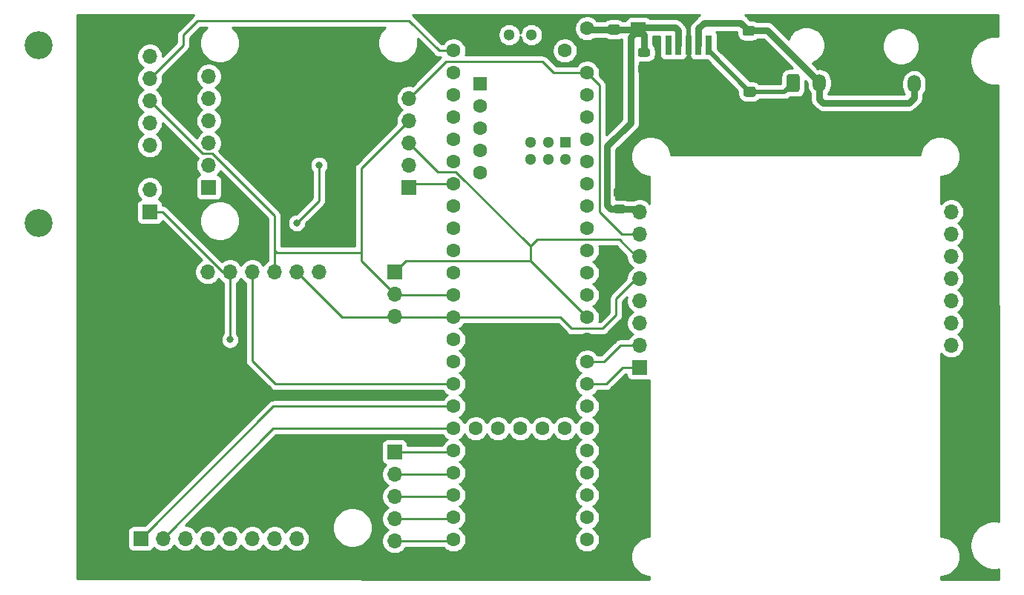
<source format=gtl>
%TF.GenerationSoftware,KiCad,Pcbnew,(5.1.6)-1*%
%TF.CreationDate,2022-02-17T17:54:20-08:00*%
%TF.ProjectId,ARESnoseConeSystem2022,41524553-6e6f-4736-9543-6f6e65537973,rev?*%
%TF.SameCoordinates,Original*%
%TF.FileFunction,Copper,L1,Top*%
%TF.FilePolarity,Positive*%
%FSLAX46Y46*%
G04 Gerber Fmt 4.6, Leading zero omitted, Abs format (unit mm)*
G04 Created by KiCad (PCBNEW (5.1.6)-1) date 2022-02-17 17:54:20*
%MOMM*%
%LPD*%
G01*
G04 APERTURE LIST*
%TA.AperFunction,SMDPad,CuDef*%
%ADD10R,5.800000X6.400000*%
%TD*%
%TA.AperFunction,SMDPad,CuDef*%
%ADD11R,0.800000X2.200000*%
%TD*%
%TA.AperFunction,ComponentPad*%
%ADD12R,1.700000X1.700000*%
%TD*%
%TA.AperFunction,ComponentPad*%
%ADD13O,1.700000X1.700000*%
%TD*%
%TA.AperFunction,ComponentPad*%
%ADD14C,3.200000*%
%TD*%
%TA.AperFunction,ComponentPad*%
%ADD15C,3.200001*%
%TD*%
%TA.AperFunction,ComponentPad*%
%ADD16C,1.600000*%
%TD*%
%TA.AperFunction,ComponentPad*%
%ADD17R,1.600000X1.600000*%
%TD*%
%TA.AperFunction,ComponentPad*%
%ADD18R,1.300000X1.300000*%
%TD*%
%TA.AperFunction,ComponentPad*%
%ADD19C,1.300000*%
%TD*%
%TA.AperFunction,ComponentPad*%
%ADD20O,1.500000X2.020000*%
%TD*%
%TA.AperFunction,ViaPad*%
%ADD21C,0.800000*%
%TD*%
%TA.AperFunction,Conductor*%
%ADD22C,0.762000*%
%TD*%
%TA.AperFunction,Conductor*%
%ADD23C,0.508000*%
%TD*%
%TA.AperFunction,Conductor*%
%ADD24C,0.250000*%
%TD*%
%TA.AperFunction,Conductor*%
%ADD25C,0.254000*%
%TD*%
G04 APERTURE END LIST*
%TA.AperFunction,SMDPad,CuDef*%
G36*
G01*
X125043250Y-67749000D02*
X124130750Y-67749000D01*
G75*
G02*
X123887000Y-67505250I0J243750D01*
G01*
X123887000Y-67017750D01*
G75*
G02*
X124130750Y-66774000I243750J0D01*
G01*
X125043250Y-66774000D01*
G75*
G02*
X125287000Y-67017750I0J-243750D01*
G01*
X125287000Y-67505250D01*
G75*
G02*
X125043250Y-67749000I-243750J0D01*
G01*
G37*
%TD.AperFunction*%
%TA.AperFunction,SMDPad,CuDef*%
G36*
G01*
X125043250Y-69624000D02*
X124130750Y-69624000D01*
G75*
G02*
X123887000Y-69380250I0J243750D01*
G01*
X123887000Y-68892750D01*
G75*
G02*
X124130750Y-68649000I243750J0D01*
G01*
X125043250Y-68649000D01*
G75*
G02*
X125287000Y-68892750I0J-243750D01*
G01*
X125287000Y-69380250D01*
G75*
G02*
X125043250Y-69624000I-243750J0D01*
G01*
G37*
%TD.AperFunction*%
D10*
X132461000Y-56710000D03*
D11*
X130181000Y-50410000D03*
X131321000Y-50410000D03*
X132461000Y-50410000D03*
X133601000Y-50410000D03*
X134741000Y-50410000D03*
D12*
X165862000Y-59563000D03*
X126746000Y-48641000D03*
D13*
X98933000Y-107061000D03*
X98933000Y-104521000D03*
X98933000Y-101981000D03*
X98933000Y-99441000D03*
D12*
X98933000Y-96901000D03*
X98933000Y-76327000D03*
D13*
X98933000Y-78867000D03*
X98933000Y-81407000D03*
X77724000Y-53975000D03*
X77724000Y-56515000D03*
X77724000Y-59055000D03*
X77724000Y-61595000D03*
X77724000Y-64135000D03*
D12*
X77724000Y-66675000D03*
D14*
X58293000Y-70739000D03*
D15*
X58293000Y-50419000D03*
%TA.AperFunction,SMDPad,CuDef*%
G36*
G01*
X138995999Y-57219000D02*
X139896001Y-57219000D01*
G75*
G02*
X140146000Y-57468999I0J-249999D01*
G01*
X140146000Y-58119001D01*
G75*
G02*
X139896001Y-58369000I-249999J0D01*
G01*
X138995999Y-58369000D01*
G75*
G02*
X138746000Y-58119001I0J249999D01*
G01*
X138746000Y-57468999D01*
G75*
G02*
X138995999Y-57219000I249999J0D01*
G01*
G37*
%TD.AperFunction*%
%TA.AperFunction,SMDPad,CuDef*%
G36*
G01*
X138995999Y-55169000D02*
X139896001Y-55169000D01*
G75*
G02*
X140146000Y-55418999I0J-249999D01*
G01*
X140146000Y-56069001D01*
G75*
G02*
X139896001Y-56319000I-249999J0D01*
G01*
X138995999Y-56319000D01*
G75*
G02*
X138746000Y-56069001I0J249999D01*
G01*
X138746000Y-55418999D01*
G75*
G02*
X138995999Y-55169000I249999J0D01*
G01*
G37*
%TD.AperFunction*%
D13*
X87757000Y-106807000D03*
X85217000Y-106807000D03*
X82677000Y-106807000D03*
X80137000Y-106807000D03*
X77597000Y-106807000D03*
X75057000Y-106807000D03*
X72517000Y-106807000D03*
D12*
X69977000Y-106807000D03*
D13*
X162433000Y-66929000D03*
X162433000Y-69469000D03*
X162433000Y-72009000D03*
X162433000Y-74549000D03*
X162433000Y-77089000D03*
X162433000Y-79629000D03*
X162433000Y-82169000D03*
X162433000Y-84709000D03*
D12*
X162433000Y-87249000D03*
X100584000Y-66675000D03*
D13*
X100584000Y-64135000D03*
X100584000Y-61595000D03*
X100584000Y-59055000D03*
X100584000Y-56515000D03*
X100584000Y-53975000D03*
D12*
X126873000Y-87249000D03*
D13*
X126873000Y-84709000D03*
X126873000Y-82169000D03*
X126873000Y-79629000D03*
X126873000Y-77089000D03*
X126873000Y-74549000D03*
X126873000Y-72009000D03*
X126873000Y-69469000D03*
X126873000Y-66929000D03*
D12*
X75057000Y-76327000D03*
D13*
X77597000Y-76327000D03*
X80137000Y-76327000D03*
X82677000Y-76327000D03*
X85217000Y-76327000D03*
X87757000Y-76327000D03*
X90297000Y-76327000D03*
D12*
X70993000Y-69469000D03*
D13*
X70993000Y-66929000D03*
X70993000Y-64389000D03*
X70993000Y-61849000D03*
X70993000Y-59309000D03*
X70993000Y-56769000D03*
X70993000Y-54229000D03*
X70993000Y-51689000D03*
D16*
X118364000Y-51054000D03*
X108714800Y-64973200D03*
X108714800Y-62433200D03*
X108714800Y-59893200D03*
X108714800Y-57353200D03*
D17*
X108714800Y-54813200D03*
D16*
X120904000Y-48514000D03*
X120904000Y-51054000D03*
X120904000Y-53594000D03*
X120904000Y-56134000D03*
X120904000Y-58674000D03*
X120904000Y-61214000D03*
X120904000Y-63754000D03*
X120904000Y-66294000D03*
X120904000Y-68834000D03*
X120904000Y-71374000D03*
X120904000Y-73914000D03*
X120904000Y-76454000D03*
X120904000Y-78994000D03*
X120904000Y-81534000D03*
D17*
X105664000Y-48514000D03*
D16*
X105664000Y-51054000D03*
X105664000Y-53594000D03*
X105664000Y-56134000D03*
X105664000Y-58674000D03*
X105664000Y-61214000D03*
X105664000Y-63754000D03*
X105664000Y-66294000D03*
X105664000Y-68834000D03*
X105664000Y-71374000D03*
X105664000Y-73914000D03*
X105664000Y-76454000D03*
X105664000Y-78994000D03*
X120904000Y-84074000D03*
X120904000Y-86614000D03*
X120904000Y-89154000D03*
X120904000Y-91694000D03*
X120904000Y-94234000D03*
X120904000Y-96774000D03*
X120904000Y-99314000D03*
X120904000Y-101854000D03*
X120904000Y-104394000D03*
X120904000Y-106934000D03*
X105664000Y-106934000D03*
X105664000Y-104394000D03*
X105664000Y-101854000D03*
X105664000Y-99314000D03*
X105664000Y-81534000D03*
X105664000Y-84074000D03*
X105664000Y-86614000D03*
X105664000Y-96774000D03*
X105664000Y-94234000D03*
X105664000Y-91694000D03*
X105664000Y-89154000D03*
D18*
X118465600Y-61484000D03*
D19*
X118465600Y-63484000D03*
X116465600Y-61484000D03*
X116465600Y-63484000D03*
X114465600Y-63484000D03*
X114465600Y-61484000D03*
D16*
X108204000Y-94234000D03*
X110744000Y-94234000D03*
X113284000Y-94234000D03*
X115824000Y-94234000D03*
X118364000Y-94234000D03*
D19*
X112014000Y-49244000D03*
X114554000Y-49244000D03*
D20*
X158194000Y-54864000D03*
%TA.AperFunction,ComponentPad*%
G36*
G01*
X154444000Y-55624000D02*
X154444000Y-54104000D01*
G75*
G02*
X154694000Y-53854000I250000J0D01*
G01*
X155694000Y-53854000D01*
G75*
G02*
X155944000Y-54104000I0J-250000D01*
G01*
X155944000Y-55624000D01*
G75*
G02*
X155694000Y-55874000I-250000J0D01*
G01*
X154694000Y-55874000D01*
G75*
G02*
X154444000Y-55624000I0J250000D01*
G01*
G37*
%TD.AperFunction*%
X147399000Y-54737000D03*
%TA.AperFunction,ComponentPad*%
G36*
G01*
X143649000Y-55497000D02*
X143649000Y-53977000D01*
G75*
G02*
X143899000Y-53727000I250000J0D01*
G01*
X144899000Y-53727000D01*
G75*
G02*
X145149000Y-53977000I0J-250000D01*
G01*
X145149000Y-55497000D01*
G75*
G02*
X144899000Y-55747000I-250000J0D01*
G01*
X143899000Y-55747000D01*
G75*
G02*
X143649000Y-55497000I0J250000D01*
G01*
G37*
%TD.AperFunction*%
%TA.AperFunction,SMDPad,CuDef*%
G36*
G01*
X126924750Y-52647000D02*
X127837250Y-52647000D01*
G75*
G02*
X128081000Y-52890750I0J-243750D01*
G01*
X128081000Y-53378250D01*
G75*
G02*
X127837250Y-53622000I-243750J0D01*
G01*
X126924750Y-53622000D01*
G75*
G02*
X126681000Y-53378250I0J243750D01*
G01*
X126681000Y-52890750D01*
G75*
G02*
X126924750Y-52647000I243750J0D01*
G01*
G37*
%TD.AperFunction*%
%TA.AperFunction,SMDPad,CuDef*%
G36*
G01*
X126924750Y-50772000D02*
X127837250Y-50772000D01*
G75*
G02*
X128081000Y-51015750I0J-243750D01*
G01*
X128081000Y-51503250D01*
G75*
G02*
X127837250Y-51747000I-243750J0D01*
G01*
X126924750Y-51747000D01*
G75*
G02*
X126681000Y-51503250I0J243750D01*
G01*
X126681000Y-51015750D01*
G75*
G02*
X126924750Y-50772000I243750J0D01*
G01*
G37*
%TD.AperFunction*%
%TA.AperFunction,SMDPad,CuDef*%
G36*
G01*
X138868999Y-50234000D02*
X139769001Y-50234000D01*
G75*
G02*
X140019000Y-50483999I0J-249999D01*
G01*
X140019000Y-51134001D01*
G75*
G02*
X139769001Y-51384000I-249999J0D01*
G01*
X138868999Y-51384000D01*
G75*
G02*
X138619000Y-51134001I0J249999D01*
G01*
X138619000Y-50483999D01*
G75*
G02*
X138868999Y-50234000I249999J0D01*
G01*
G37*
%TD.AperFunction*%
%TA.AperFunction,SMDPad,CuDef*%
G36*
G01*
X138868999Y-48184000D02*
X139769001Y-48184000D01*
G75*
G02*
X140019000Y-48433999I0J-249999D01*
G01*
X140019000Y-49084001D01*
G75*
G02*
X139769001Y-49334000I-249999J0D01*
G01*
X138868999Y-49334000D01*
G75*
G02*
X138619000Y-49084001I0J249999D01*
G01*
X138619000Y-48433999D01*
G75*
G02*
X138868999Y-48184000I249999J0D01*
G01*
G37*
%TD.AperFunction*%
%TA.AperFunction,SMDPad,CuDef*%
G36*
G01*
X123501999Y-50107000D02*
X124402001Y-50107000D01*
G75*
G02*
X124652000Y-50356999I0J-249999D01*
G01*
X124652000Y-51007001D01*
G75*
G02*
X124402001Y-51257000I-249999J0D01*
G01*
X123501999Y-51257000D01*
G75*
G02*
X123252000Y-51007001I0J249999D01*
G01*
X123252000Y-50356999D01*
G75*
G02*
X123501999Y-50107000I249999J0D01*
G01*
G37*
%TD.AperFunction*%
%TA.AperFunction,SMDPad,CuDef*%
G36*
G01*
X123501999Y-48057000D02*
X124402001Y-48057000D01*
G75*
G02*
X124652000Y-48306999I0J-249999D01*
G01*
X124652000Y-48957001D01*
G75*
G02*
X124402001Y-49207000I-249999J0D01*
G01*
X123501999Y-49207000D01*
G75*
G02*
X123252000Y-48957001I0J249999D01*
G01*
X123252000Y-48306999D01*
G75*
G02*
X123501999Y-48057000I249999J0D01*
G01*
G37*
%TD.AperFunction*%
D21*
X124968000Y-74676000D03*
X127381000Y-56261000D03*
X139446000Y-52578000D03*
X139446000Y-59563000D03*
X68072000Y-64389000D03*
X97536000Y-53975000D03*
X71755000Y-76327000D03*
X87757000Y-70739000D03*
X90297000Y-64135000D03*
X80137000Y-84074000D03*
D22*
X124959000Y-48632000D02*
X123952000Y-48632000D01*
X124959000Y-48632000D02*
X126737000Y-48632000D01*
X126737000Y-48632000D02*
X126746000Y-48641000D01*
X121022000Y-48632000D02*
X120904000Y-48514000D01*
X123952000Y-48632000D02*
X121022000Y-48632000D01*
X131321000Y-50410000D02*
X131321000Y-48771000D01*
X130937000Y-48387000D02*
X127000000Y-48387000D01*
X127000000Y-48387000D02*
X126746000Y-48641000D01*
X131321000Y-48771000D02*
X130937000Y-48387000D01*
X125857000Y-49530000D02*
X126746000Y-48641000D01*
X123190000Y-61976000D02*
X123190000Y-68707000D01*
X125857000Y-59309000D02*
X123190000Y-61976000D01*
X123190000Y-68707000D02*
X123619500Y-69136500D01*
X123619500Y-69136500D02*
X124587000Y-69136500D01*
X125857000Y-59309000D02*
X125857000Y-49530000D01*
X127381000Y-49276000D02*
X126746000Y-48641000D01*
X127381000Y-51259500D02*
X127381000Y-49276000D01*
X126540500Y-69136500D02*
X126873000Y-69469000D01*
X124587000Y-69136500D02*
X126540500Y-69136500D01*
D23*
X144399000Y-54737000D02*
X143891000Y-54737000D01*
X143392000Y-55744000D02*
X144399000Y-54737000D01*
X139446000Y-55744000D02*
X143392000Y-55744000D01*
X134741000Y-51039000D02*
X139446000Y-55744000D01*
X134741000Y-50410000D02*
X134741000Y-51039000D01*
D24*
X98933000Y-96901000D02*
X99314000Y-96520000D01*
X105537000Y-96901000D02*
X105664000Y-96774000D01*
X98933000Y-96901000D02*
X105537000Y-96901000D01*
X90297000Y-64135000D02*
X90297000Y-68199000D01*
X90297000Y-68199000D02*
X87757000Y-70739000D01*
X87757000Y-76327000D02*
X92964000Y-81534000D01*
X92964000Y-81534000D02*
X99060000Y-81534000D01*
X98933000Y-81534000D02*
X99060000Y-81534000D01*
X99060000Y-81534000D02*
X105664000Y-81534000D01*
X124206000Y-79375000D02*
X126492000Y-77089000D01*
X126492000Y-77089000D02*
X126873000Y-77089000D01*
X117856000Y-81534000D02*
X119126000Y-82804000D01*
X105664000Y-81534000D02*
X117856000Y-81534000D01*
X124206000Y-81280000D02*
X124206000Y-79375000D01*
X119126000Y-82804000D02*
X122682000Y-82804000D01*
X122682000Y-82804000D02*
X124206000Y-81280000D01*
X105537000Y-99441000D02*
X105664000Y-99314000D01*
X98933000Y-99441000D02*
X105537000Y-99441000D01*
X105537000Y-101981000D02*
X105664000Y-101854000D01*
X98933000Y-101981000D02*
X105537000Y-101981000D01*
X105537000Y-104521000D02*
X105664000Y-104394000D01*
X98933000Y-104521000D02*
X105537000Y-104521000D01*
X105537000Y-107061000D02*
X105664000Y-106934000D01*
X98933000Y-107061000D02*
X105537000Y-107061000D01*
X78098003Y-62770001D02*
X76994001Y-62770001D01*
X85217000Y-69888998D02*
X78098003Y-62770001D01*
X76994001Y-62770001D02*
X70993000Y-56769000D01*
X85471000Y-74168000D02*
X85217000Y-73914000D01*
X85217000Y-76327000D02*
X85217000Y-73914000D01*
X85217000Y-73914000D02*
X85217000Y-69888998D01*
X100584000Y-59055000D02*
X95123000Y-64516000D01*
X95123000Y-64516000D02*
X95123000Y-74168000D01*
X95123000Y-74168000D02*
X85471000Y-74168000D01*
X99060000Y-78994000D02*
X98933000Y-78867000D01*
X105664000Y-78994000D02*
X99060000Y-78994000D01*
X95123000Y-75057000D02*
X95123000Y-74168000D01*
X98933000Y-78867000D02*
X95123000Y-75057000D01*
X105664000Y-51054000D02*
X104013000Y-51054000D01*
X104013000Y-51054000D02*
X100584000Y-47625000D01*
X100584000Y-47625000D02*
X76454000Y-47625000D01*
X76454000Y-47625000D02*
X74803000Y-49276000D01*
X74803000Y-50419000D02*
X70993000Y-54229000D01*
X74803000Y-49276000D02*
X74803000Y-50419000D01*
X120904000Y-81534000D02*
X114409001Y-75039001D01*
X103868001Y-64879001D02*
X100584000Y-61595000D01*
X105914003Y-64879001D02*
X103868001Y-64879001D01*
X114409001Y-73373999D02*
X105914003Y-64879001D01*
X114409001Y-75039001D02*
X114409001Y-73373999D01*
X100220999Y-75039001D02*
X98933000Y-76327000D01*
X114409001Y-75039001D02*
X100220999Y-75039001D01*
X124587000Y-72644000D02*
X126492000Y-74549000D01*
X115189000Y-72644000D02*
X124587000Y-72644000D01*
X126492000Y-74549000D02*
X126873000Y-74549000D01*
X114459001Y-73373999D02*
X115189000Y-72644000D01*
X114409001Y-73373999D02*
X114459001Y-73373999D01*
X100965000Y-66294000D02*
X100584000Y-66675000D01*
X105664000Y-66294000D02*
X100965000Y-66294000D01*
X105664000Y-89154000D02*
X85344000Y-89154000D01*
X82677000Y-86487000D02*
X82677000Y-76327000D01*
X85344000Y-89154000D02*
X82677000Y-86487000D01*
X85090000Y-94234000D02*
X72517000Y-106807000D01*
X105664000Y-94234000D02*
X85090000Y-94234000D01*
X85090000Y-91694000D02*
X69977000Y-106807000D01*
X105664000Y-91694000D02*
X85090000Y-91694000D01*
X100584000Y-56515000D02*
X104775000Y-52324000D01*
X104775000Y-52324000D02*
X115824000Y-52324000D01*
X117094000Y-53594000D02*
X120904000Y-53594000D01*
X115824000Y-52324000D02*
X117094000Y-53594000D01*
X80137000Y-76327000D02*
X80137000Y-84074000D01*
X79336002Y-76327000D02*
X80137000Y-76327000D01*
X72478002Y-69469000D02*
X79336002Y-76327000D01*
X70993000Y-69469000D02*
X72478002Y-69469000D01*
X122301000Y-69469000D02*
X124841000Y-72009000D01*
X120904000Y-53594000D02*
X122301000Y-54991000D01*
X124841000Y-72009000D02*
X126873000Y-72009000D01*
X122301000Y-54991000D02*
X122301000Y-69469000D01*
D22*
X147399000Y-56563000D02*
X147399000Y-54737000D01*
X147399000Y-56563000D02*
X147399000Y-56594000D01*
X147399000Y-56594000D02*
X147828000Y-57023000D01*
X147828000Y-57023000D02*
X157607000Y-57023000D01*
X158194000Y-56436000D02*
X158194000Y-54864000D01*
X157607000Y-57023000D02*
X158194000Y-56436000D01*
X147399000Y-54737000D02*
X147399000Y-54689000D01*
X141469000Y-48759000D02*
X139319000Y-48759000D01*
X147399000Y-54689000D02*
X141469000Y-48759000D01*
X134239000Y-47879000D02*
X133601000Y-48517000D01*
X133601000Y-48517000D02*
X133601000Y-50410000D01*
X138430000Y-47879000D02*
X134239000Y-47879000D01*
X139319000Y-48759000D02*
X139310000Y-48759000D01*
X139310000Y-48759000D02*
X138430000Y-47879000D01*
D24*
X120904000Y-86614000D02*
X122809000Y-86614000D01*
X124714000Y-84709000D02*
X126873000Y-84709000D01*
X122809000Y-86614000D02*
X124714000Y-84709000D01*
X120904000Y-89154000D02*
X123063000Y-89154000D01*
X124968000Y-87249000D02*
X126873000Y-87249000D01*
X123063000Y-89154000D02*
X124968000Y-87249000D01*
D25*
G36*
X133671810Y-47030140D02*
G01*
X133517104Y-47157104D01*
X133485287Y-47195873D01*
X132917873Y-47763287D01*
X132879104Y-47795104D01*
X132752140Y-47949810D01*
X132657798Y-48126314D01*
X132620183Y-48250313D01*
X132599702Y-48317830D01*
X132580085Y-48517000D01*
X132585000Y-48566902D01*
X132585000Y-49153171D01*
X132575188Y-49185518D01*
X132562928Y-49310000D01*
X132562928Y-51510000D01*
X132575188Y-51634482D01*
X132611498Y-51754180D01*
X132670463Y-51864494D01*
X132749815Y-51961185D01*
X132846506Y-52040537D01*
X132956820Y-52099502D01*
X133076518Y-52135812D01*
X133201000Y-52148072D01*
X134001000Y-52148072D01*
X134125482Y-52135812D01*
X134171000Y-52122004D01*
X134216518Y-52135812D01*
X134341000Y-52148072D01*
X134592837Y-52148072D01*
X138107928Y-55663164D01*
X138107928Y-56069001D01*
X138124992Y-56242255D01*
X138175528Y-56408851D01*
X138257595Y-56562387D01*
X138368038Y-56696962D01*
X138502613Y-56807405D01*
X138656149Y-56889472D01*
X138822745Y-56940008D01*
X138995999Y-56957072D01*
X139896001Y-56957072D01*
X140069255Y-56940008D01*
X140235851Y-56889472D01*
X140389387Y-56807405D01*
X140523962Y-56696962D01*
X140576454Y-56633000D01*
X143348340Y-56633000D01*
X143392000Y-56637300D01*
X143435660Y-56633000D01*
X143435667Y-56633000D01*
X143566274Y-56620136D01*
X143733851Y-56569303D01*
X143888291Y-56486753D01*
X144012189Y-56385072D01*
X144899000Y-56385072D01*
X145072254Y-56368008D01*
X145238850Y-56317472D01*
X145392386Y-56235405D01*
X145526962Y-56124962D01*
X145637405Y-55990386D01*
X145719472Y-55836850D01*
X145770008Y-55670254D01*
X145787072Y-55497000D01*
X145787072Y-54513913D01*
X146014000Y-54740841D01*
X146014000Y-55065037D01*
X146034040Y-55268507D01*
X146113236Y-55529581D01*
X146241843Y-55770188D01*
X146383000Y-55942187D01*
X146383000Y-56544098D01*
X146378085Y-56594000D01*
X146383000Y-56643901D01*
X146383000Y-56643902D01*
X146397702Y-56793171D01*
X146455798Y-56984687D01*
X146550140Y-57161190D01*
X146677104Y-57315896D01*
X146715873Y-57347713D01*
X147074287Y-57706127D01*
X147106104Y-57744896D01*
X147260810Y-57871860D01*
X147316310Y-57901525D01*
X147437313Y-57966202D01*
X147628829Y-58024298D01*
X147828000Y-58043915D01*
X147877902Y-58039000D01*
X157557098Y-58039000D01*
X157607000Y-58043915D01*
X157656902Y-58039000D01*
X157806171Y-58024298D01*
X157997687Y-57966202D01*
X158174190Y-57871860D01*
X158328896Y-57744896D01*
X158360713Y-57706127D01*
X158877127Y-57189713D01*
X158915896Y-57157896D01*
X159042860Y-57003190D01*
X159137202Y-56826687D01*
X159187384Y-56661260D01*
X159195298Y-56635172D01*
X159199353Y-56594000D01*
X159210000Y-56485902D01*
X159210000Y-56485895D01*
X159214914Y-56436001D01*
X159210000Y-56386107D01*
X159210000Y-56069188D01*
X159351157Y-55897188D01*
X159479764Y-55656581D01*
X159558960Y-55395506D01*
X159579000Y-55192036D01*
X159579000Y-54535963D01*
X159558960Y-54332493D01*
X159479764Y-54071419D01*
X159351157Y-53830812D01*
X159178080Y-53619919D01*
X158967187Y-53446843D01*
X158726580Y-53318236D01*
X158465506Y-53239040D01*
X158194000Y-53212299D01*
X157922493Y-53239040D01*
X157661419Y-53318236D01*
X157420812Y-53446843D01*
X157209919Y-53619920D01*
X157036843Y-53830813D01*
X156908236Y-54071420D01*
X156829040Y-54332494D01*
X156809000Y-54535964D01*
X156809000Y-55192037D01*
X156829040Y-55395507D01*
X156908236Y-55656581D01*
X157036843Y-55897188D01*
X157126964Y-56007000D01*
X148415000Y-56007000D01*
X148415000Y-55942188D01*
X148556157Y-55770188D01*
X148684764Y-55529581D01*
X148763960Y-55268506D01*
X148784000Y-55065036D01*
X148784000Y-54408963D01*
X148763960Y-54205493D01*
X148684764Y-53944419D01*
X148556157Y-53703812D01*
X148383080Y-53492919D01*
X148172187Y-53319843D01*
X147931580Y-53191236D01*
X147670506Y-53112040D01*
X147399000Y-53085299D01*
X147247101Y-53100260D01*
X146588958Y-52442117D01*
X146910302Y-52309012D01*
X147259983Y-52075363D01*
X147557363Y-51777983D01*
X147791012Y-51428302D01*
X147951953Y-51039756D01*
X148034000Y-50627279D01*
X148034000Y-50333721D01*
X154559000Y-50333721D01*
X154559000Y-50754279D01*
X154641047Y-51166756D01*
X154801988Y-51555302D01*
X155035637Y-51904983D01*
X155333017Y-52202363D01*
X155682698Y-52436012D01*
X156071244Y-52596953D01*
X156483721Y-52679000D01*
X156904279Y-52679000D01*
X157316756Y-52596953D01*
X157705302Y-52436012D01*
X158054983Y-52202363D01*
X158352363Y-51904983D01*
X158586012Y-51555302D01*
X158746953Y-51166756D01*
X158829000Y-50754279D01*
X158829000Y-50333721D01*
X158746953Y-49921244D01*
X158586012Y-49532698D01*
X158352363Y-49183017D01*
X158054983Y-48885637D01*
X157705302Y-48651988D01*
X157316756Y-48491047D01*
X156904279Y-48409000D01*
X156483721Y-48409000D01*
X156071244Y-48491047D01*
X155682698Y-48651988D01*
X155333017Y-48885637D01*
X155035637Y-49183017D01*
X154801988Y-49532698D01*
X154641047Y-49921244D01*
X154559000Y-50333721D01*
X148034000Y-50333721D01*
X148034000Y-50206721D01*
X147951953Y-49794244D01*
X147791012Y-49405698D01*
X147557363Y-49056017D01*
X147259983Y-48758637D01*
X146910302Y-48524988D01*
X146521756Y-48364047D01*
X146109279Y-48282000D01*
X145688721Y-48282000D01*
X145276244Y-48364047D01*
X144887698Y-48524988D01*
X144538017Y-48758637D01*
X144240637Y-49056017D01*
X144006988Y-49405698D01*
X143873883Y-49727042D01*
X142222712Y-48075872D01*
X142190896Y-48037104D01*
X142036190Y-47910140D01*
X141859687Y-47815798D01*
X141668171Y-47757702D01*
X141518902Y-47743000D01*
X141469000Y-47738085D01*
X141419098Y-47743000D01*
X140320150Y-47743000D01*
X140262387Y-47695595D01*
X140108851Y-47613528D01*
X139942255Y-47562992D01*
X139769001Y-47545928D01*
X139533768Y-47545928D01*
X139183712Y-47195872D01*
X139151896Y-47157104D01*
X138997190Y-47030140D01*
X138922093Y-46990000D01*
X167767249Y-46990000D01*
X167772042Y-49434227D01*
X167660299Y-49412000D01*
X167111701Y-49412000D01*
X166573646Y-49519026D01*
X166066808Y-49728965D01*
X165610666Y-50033750D01*
X165222750Y-50421666D01*
X164917965Y-50877808D01*
X164708026Y-51384646D01*
X164601000Y-51922701D01*
X164601000Y-52471299D01*
X164708026Y-53009354D01*
X164917965Y-53516192D01*
X165222750Y-53972334D01*
X165610666Y-54360250D01*
X166066808Y-54665035D01*
X166573646Y-54874974D01*
X167111701Y-54982000D01*
X167660299Y-54982000D01*
X167782872Y-54957619D01*
X167880656Y-104827832D01*
X167660299Y-104784000D01*
X167111701Y-104784000D01*
X166573646Y-104891026D01*
X166066808Y-105100965D01*
X165610666Y-105405750D01*
X165222750Y-105793666D01*
X164917965Y-106249808D01*
X164708026Y-106756646D01*
X164601000Y-107294701D01*
X164601000Y-107843299D01*
X164708026Y-108381354D01*
X164917965Y-108888192D01*
X165222750Y-109344334D01*
X165610666Y-109732250D01*
X166066808Y-110037035D01*
X166573646Y-110246974D01*
X167111701Y-110354000D01*
X167660299Y-110354000D01*
X167891401Y-110308031D01*
X167893742Y-111501621D01*
X161290000Y-111494923D01*
X161290000Y-111125000D01*
X161388151Y-111125000D01*
X161829802Y-111037150D01*
X162245827Y-110864827D01*
X162620240Y-110614652D01*
X162938652Y-110296240D01*
X163188827Y-109921827D01*
X163361150Y-109505802D01*
X163449000Y-109064151D01*
X163449000Y-108613849D01*
X163361150Y-108172198D01*
X163188827Y-107756173D01*
X162938652Y-107381760D01*
X162620240Y-107063348D01*
X162245827Y-106813173D01*
X161829802Y-106640850D01*
X161388151Y-106553000D01*
X161290000Y-106553000D01*
X161290000Y-85666107D01*
X161486368Y-85862475D01*
X161729589Y-86024990D01*
X161999842Y-86136932D01*
X162286740Y-86194000D01*
X162579260Y-86194000D01*
X162866158Y-86136932D01*
X163136411Y-86024990D01*
X163379632Y-85862475D01*
X163586475Y-85655632D01*
X163748990Y-85412411D01*
X163860932Y-85142158D01*
X163918000Y-84855260D01*
X163918000Y-84562740D01*
X163860932Y-84275842D01*
X163748990Y-84005589D01*
X163586475Y-83762368D01*
X163379632Y-83555525D01*
X163205240Y-83439000D01*
X163379632Y-83322475D01*
X163586475Y-83115632D01*
X163748990Y-82872411D01*
X163860932Y-82602158D01*
X163918000Y-82315260D01*
X163918000Y-82022740D01*
X163860932Y-81735842D01*
X163748990Y-81465589D01*
X163586475Y-81222368D01*
X163379632Y-81015525D01*
X163205240Y-80899000D01*
X163379632Y-80782475D01*
X163586475Y-80575632D01*
X163748990Y-80332411D01*
X163860932Y-80062158D01*
X163918000Y-79775260D01*
X163918000Y-79482740D01*
X163860932Y-79195842D01*
X163748990Y-78925589D01*
X163586475Y-78682368D01*
X163379632Y-78475525D01*
X163205240Y-78359000D01*
X163379632Y-78242475D01*
X163586475Y-78035632D01*
X163748990Y-77792411D01*
X163860932Y-77522158D01*
X163918000Y-77235260D01*
X163918000Y-76942740D01*
X163860932Y-76655842D01*
X163748990Y-76385589D01*
X163586475Y-76142368D01*
X163379632Y-75935525D01*
X163205240Y-75819000D01*
X163379632Y-75702475D01*
X163586475Y-75495632D01*
X163748990Y-75252411D01*
X163860932Y-74982158D01*
X163918000Y-74695260D01*
X163918000Y-74402740D01*
X163860932Y-74115842D01*
X163748990Y-73845589D01*
X163586475Y-73602368D01*
X163379632Y-73395525D01*
X163205240Y-73279000D01*
X163379632Y-73162475D01*
X163586475Y-72955632D01*
X163748990Y-72712411D01*
X163860932Y-72442158D01*
X163918000Y-72155260D01*
X163918000Y-71862740D01*
X163860932Y-71575842D01*
X163748990Y-71305589D01*
X163586475Y-71062368D01*
X163379632Y-70855525D01*
X163205240Y-70739000D01*
X163379632Y-70622475D01*
X163586475Y-70415632D01*
X163748990Y-70172411D01*
X163860932Y-69902158D01*
X163918000Y-69615260D01*
X163918000Y-69322740D01*
X163860932Y-69035842D01*
X163748990Y-68765589D01*
X163586475Y-68522368D01*
X163379632Y-68315525D01*
X163136411Y-68153010D01*
X162866158Y-68041068D01*
X162579260Y-67984000D01*
X162286740Y-67984000D01*
X161999842Y-68041068D01*
X161729589Y-68153010D01*
X161486368Y-68315525D01*
X161290000Y-68511893D01*
X161290000Y-65405000D01*
X161388151Y-65405000D01*
X161829802Y-65317150D01*
X162245827Y-65144827D01*
X162620240Y-64894652D01*
X162938652Y-64576240D01*
X163188827Y-64201827D01*
X163361150Y-63785802D01*
X163449000Y-63344151D01*
X163449000Y-62893849D01*
X163361150Y-62452198D01*
X163188827Y-62036173D01*
X162938652Y-61661760D01*
X162620240Y-61343348D01*
X162245827Y-61093173D01*
X161829802Y-60920850D01*
X161388151Y-60833000D01*
X160937849Y-60833000D01*
X160496198Y-60920850D01*
X160080173Y-61093173D01*
X159705760Y-61343348D01*
X159387348Y-61661760D01*
X159137173Y-62036173D01*
X158964850Y-62452198D01*
X158877000Y-62893849D01*
X158877000Y-62992000D01*
X130429000Y-62992000D01*
X130429000Y-62893849D01*
X130341150Y-62452198D01*
X130168827Y-62036173D01*
X129918652Y-61661760D01*
X129600240Y-61343348D01*
X129225827Y-61093173D01*
X128809802Y-60920850D01*
X128368151Y-60833000D01*
X127917849Y-60833000D01*
X127476198Y-60920850D01*
X127060173Y-61093173D01*
X126685760Y-61343348D01*
X126367348Y-61661760D01*
X126117173Y-62036173D01*
X125944850Y-62452198D01*
X125857000Y-62893849D01*
X125857000Y-63344151D01*
X125944850Y-63785802D01*
X126117173Y-64201827D01*
X126367348Y-64576240D01*
X126685760Y-64894652D01*
X127060173Y-65144827D01*
X127476198Y-65317150D01*
X127917849Y-65405000D01*
X128016000Y-65405000D01*
X128016000Y-68511893D01*
X127819632Y-68315525D01*
X127576411Y-68153010D01*
X127306158Y-68041068D01*
X127019260Y-67984000D01*
X126726740Y-67984000D01*
X126439842Y-68041068D01*
X126248075Y-68120500D01*
X125460122Y-68120500D01*
X125380709Y-68078053D01*
X125215285Y-68027872D01*
X125043250Y-68010928D01*
X124206000Y-68010928D01*
X124206000Y-62396840D01*
X126540133Y-60062708D01*
X126578896Y-60030896D01*
X126705860Y-59876190D01*
X126800202Y-59699687D01*
X126858298Y-59508171D01*
X126873000Y-59358902D01*
X126873000Y-59358901D01*
X126877915Y-59309000D01*
X126873000Y-59259098D01*
X126873000Y-52379975D01*
X126924750Y-52385072D01*
X127837250Y-52385072D01*
X128009285Y-52368128D01*
X128174709Y-52317947D01*
X128327164Y-52236458D01*
X128460792Y-52126792D01*
X128570458Y-51993164D01*
X128651947Y-51840709D01*
X128702128Y-51675285D01*
X128719072Y-51503250D01*
X128719072Y-51015750D01*
X128702128Y-50843715D01*
X128651947Y-50678291D01*
X128570458Y-50525836D01*
X128460792Y-50392208D01*
X128397000Y-50339855D01*
X128397000Y-49403000D01*
X129142928Y-49403000D01*
X129142928Y-51510000D01*
X129155188Y-51634482D01*
X129191498Y-51754180D01*
X129250463Y-51864494D01*
X129329815Y-51961185D01*
X129426506Y-52040537D01*
X129536820Y-52099502D01*
X129656518Y-52135812D01*
X129781000Y-52148072D01*
X130581000Y-52148072D01*
X130705482Y-52135812D01*
X130751000Y-52122004D01*
X130796518Y-52135812D01*
X130921000Y-52148072D01*
X131721000Y-52148072D01*
X131845482Y-52135812D01*
X131965180Y-52099502D01*
X132075494Y-52040537D01*
X132172185Y-51961185D01*
X132251537Y-51864494D01*
X132310502Y-51754180D01*
X132346812Y-51634482D01*
X132359072Y-51510000D01*
X132359072Y-49310000D01*
X132346812Y-49185518D01*
X132337000Y-49153172D01*
X132337000Y-48820901D01*
X132341915Y-48770999D01*
X132322298Y-48571829D01*
X132316921Y-48554104D01*
X132264202Y-48380313D01*
X132169860Y-48203810D01*
X132042896Y-48049104D01*
X132004127Y-48017287D01*
X131690713Y-47703873D01*
X131658896Y-47665104D01*
X131504190Y-47538140D01*
X131327687Y-47443798D01*
X131136171Y-47385702D01*
X130986902Y-47371000D01*
X130937000Y-47366085D01*
X130887098Y-47371000D01*
X128072778Y-47371000D01*
X128047185Y-47339815D01*
X127950494Y-47260463D01*
X127840180Y-47201498D01*
X127720482Y-47165188D01*
X127596000Y-47152928D01*
X125896000Y-47152928D01*
X125771518Y-47165188D01*
X125651820Y-47201498D01*
X125541506Y-47260463D01*
X125444815Y-47339815D01*
X125365463Y-47436506D01*
X125306498Y-47546820D01*
X125285512Y-47616000D01*
X124953150Y-47616000D01*
X124895387Y-47568595D01*
X124741851Y-47486528D01*
X124575255Y-47435992D01*
X124402001Y-47418928D01*
X123501999Y-47418928D01*
X123328745Y-47435992D01*
X123162149Y-47486528D01*
X123008613Y-47568595D01*
X122950850Y-47616000D01*
X122029835Y-47616000D01*
X122018637Y-47599241D01*
X121818759Y-47399363D01*
X121583727Y-47242320D01*
X121322574Y-47134147D01*
X121045335Y-47079000D01*
X120762665Y-47079000D01*
X120485426Y-47134147D01*
X120224273Y-47242320D01*
X119989241Y-47399363D01*
X119789363Y-47599241D01*
X119632320Y-47834273D01*
X119524147Y-48095426D01*
X119469000Y-48372665D01*
X119469000Y-48655335D01*
X119524147Y-48932574D01*
X119632320Y-49193727D01*
X119789363Y-49428759D01*
X119989241Y-49628637D01*
X120224273Y-49785680D01*
X120485426Y-49893853D01*
X120762665Y-49949000D01*
X121045335Y-49949000D01*
X121322574Y-49893853D01*
X121583727Y-49785680D01*
X121789780Y-49648000D01*
X122950850Y-49648000D01*
X123008613Y-49695405D01*
X123162149Y-49777472D01*
X123328745Y-49828008D01*
X123501999Y-49845072D01*
X124402001Y-49845072D01*
X124575255Y-49828008D01*
X124741851Y-49777472D01*
X124841001Y-49724475D01*
X124841000Y-58888159D01*
X123061000Y-60668160D01*
X123061000Y-55028322D01*
X123064676Y-54990999D01*
X123061000Y-54953676D01*
X123061000Y-54953667D01*
X123050003Y-54842014D01*
X123006546Y-54698753D01*
X122935974Y-54566724D01*
X122841001Y-54450999D01*
X122812004Y-54427202D01*
X122302688Y-53917886D01*
X122339000Y-53735335D01*
X122339000Y-53452665D01*
X122283853Y-53175426D01*
X122175680Y-52914273D01*
X122018637Y-52679241D01*
X121818759Y-52479363D01*
X121583727Y-52322320D01*
X121322574Y-52214147D01*
X121045335Y-52159000D01*
X120762665Y-52159000D01*
X120485426Y-52214147D01*
X120224273Y-52322320D01*
X119989241Y-52479363D01*
X119789363Y-52679241D01*
X119685957Y-52834000D01*
X117408802Y-52834000D01*
X116387804Y-51813003D01*
X116364001Y-51783999D01*
X116248276Y-51689026D01*
X116116247Y-51618454D01*
X115972986Y-51574997D01*
X115861333Y-51564000D01*
X115861322Y-51564000D01*
X115824000Y-51560324D01*
X115786678Y-51564000D01*
X107005983Y-51564000D01*
X107043853Y-51472574D01*
X107099000Y-51195335D01*
X107099000Y-50912665D01*
X116929000Y-50912665D01*
X116929000Y-51195335D01*
X116984147Y-51472574D01*
X117092320Y-51733727D01*
X117249363Y-51968759D01*
X117449241Y-52168637D01*
X117684273Y-52325680D01*
X117945426Y-52433853D01*
X118222665Y-52489000D01*
X118505335Y-52489000D01*
X118782574Y-52433853D01*
X119043727Y-52325680D01*
X119278759Y-52168637D01*
X119478637Y-51968759D01*
X119635680Y-51733727D01*
X119743853Y-51472574D01*
X119799000Y-51195335D01*
X119799000Y-50912665D01*
X119743853Y-50635426D01*
X119635680Y-50374273D01*
X119478637Y-50139241D01*
X119278759Y-49939363D01*
X119043727Y-49782320D01*
X118782574Y-49674147D01*
X118505335Y-49619000D01*
X118222665Y-49619000D01*
X117945426Y-49674147D01*
X117684273Y-49782320D01*
X117449241Y-49939363D01*
X117249363Y-50139241D01*
X117092320Y-50374273D01*
X116984147Y-50635426D01*
X116929000Y-50912665D01*
X107099000Y-50912665D01*
X107043853Y-50635426D01*
X106935680Y-50374273D01*
X106778637Y-50139241D01*
X106578759Y-49939363D01*
X106343727Y-49782320D01*
X106082574Y-49674147D01*
X105805335Y-49619000D01*
X105522665Y-49619000D01*
X105245426Y-49674147D01*
X104984273Y-49782320D01*
X104749241Y-49939363D01*
X104549363Y-50139241D01*
X104445957Y-50294000D01*
X104327802Y-50294000D01*
X103151241Y-49117439D01*
X110729000Y-49117439D01*
X110729000Y-49370561D01*
X110778381Y-49618821D01*
X110875247Y-49852676D01*
X111015875Y-50063140D01*
X111194860Y-50242125D01*
X111405324Y-50382753D01*
X111639179Y-50479619D01*
X111887439Y-50529000D01*
X112140561Y-50529000D01*
X112388821Y-50479619D01*
X112622676Y-50382753D01*
X112833140Y-50242125D01*
X113012125Y-50063140D01*
X113152753Y-49852676D01*
X113249619Y-49618821D01*
X113284000Y-49445973D01*
X113318381Y-49618821D01*
X113415247Y-49852676D01*
X113555875Y-50063140D01*
X113734860Y-50242125D01*
X113945324Y-50382753D01*
X114179179Y-50479619D01*
X114427439Y-50529000D01*
X114680561Y-50529000D01*
X114928821Y-50479619D01*
X115162676Y-50382753D01*
X115373140Y-50242125D01*
X115552125Y-50063140D01*
X115692753Y-49852676D01*
X115789619Y-49618821D01*
X115839000Y-49370561D01*
X115839000Y-49117439D01*
X115789619Y-48869179D01*
X115692753Y-48635324D01*
X115552125Y-48424860D01*
X115373140Y-48245875D01*
X115162676Y-48105247D01*
X114928821Y-48008381D01*
X114680561Y-47959000D01*
X114427439Y-47959000D01*
X114179179Y-48008381D01*
X113945324Y-48105247D01*
X113734860Y-48245875D01*
X113555875Y-48424860D01*
X113415247Y-48635324D01*
X113318381Y-48869179D01*
X113284000Y-49042027D01*
X113249619Y-48869179D01*
X113152753Y-48635324D01*
X113012125Y-48424860D01*
X112833140Y-48245875D01*
X112622676Y-48105247D01*
X112388821Y-48008381D01*
X112140561Y-47959000D01*
X111887439Y-47959000D01*
X111639179Y-48008381D01*
X111405324Y-48105247D01*
X111194860Y-48245875D01*
X111015875Y-48424860D01*
X110875247Y-48635324D01*
X110778381Y-48869179D01*
X110729000Y-49117439D01*
X103151241Y-49117439D01*
X101147804Y-47114003D01*
X101124001Y-47084999D01*
X101008276Y-46990026D01*
X101008227Y-46990000D01*
X133746907Y-46990000D01*
X133671810Y-47030140D01*
G37*
X133671810Y-47030140D02*
X133517104Y-47157104D01*
X133485287Y-47195873D01*
X132917873Y-47763287D01*
X132879104Y-47795104D01*
X132752140Y-47949810D01*
X132657798Y-48126314D01*
X132620183Y-48250313D01*
X132599702Y-48317830D01*
X132580085Y-48517000D01*
X132585000Y-48566902D01*
X132585000Y-49153171D01*
X132575188Y-49185518D01*
X132562928Y-49310000D01*
X132562928Y-51510000D01*
X132575188Y-51634482D01*
X132611498Y-51754180D01*
X132670463Y-51864494D01*
X132749815Y-51961185D01*
X132846506Y-52040537D01*
X132956820Y-52099502D01*
X133076518Y-52135812D01*
X133201000Y-52148072D01*
X134001000Y-52148072D01*
X134125482Y-52135812D01*
X134171000Y-52122004D01*
X134216518Y-52135812D01*
X134341000Y-52148072D01*
X134592837Y-52148072D01*
X138107928Y-55663164D01*
X138107928Y-56069001D01*
X138124992Y-56242255D01*
X138175528Y-56408851D01*
X138257595Y-56562387D01*
X138368038Y-56696962D01*
X138502613Y-56807405D01*
X138656149Y-56889472D01*
X138822745Y-56940008D01*
X138995999Y-56957072D01*
X139896001Y-56957072D01*
X140069255Y-56940008D01*
X140235851Y-56889472D01*
X140389387Y-56807405D01*
X140523962Y-56696962D01*
X140576454Y-56633000D01*
X143348340Y-56633000D01*
X143392000Y-56637300D01*
X143435660Y-56633000D01*
X143435667Y-56633000D01*
X143566274Y-56620136D01*
X143733851Y-56569303D01*
X143888291Y-56486753D01*
X144012189Y-56385072D01*
X144899000Y-56385072D01*
X145072254Y-56368008D01*
X145238850Y-56317472D01*
X145392386Y-56235405D01*
X145526962Y-56124962D01*
X145637405Y-55990386D01*
X145719472Y-55836850D01*
X145770008Y-55670254D01*
X145787072Y-55497000D01*
X145787072Y-54513913D01*
X146014000Y-54740841D01*
X146014000Y-55065037D01*
X146034040Y-55268507D01*
X146113236Y-55529581D01*
X146241843Y-55770188D01*
X146383000Y-55942187D01*
X146383000Y-56544098D01*
X146378085Y-56594000D01*
X146383000Y-56643901D01*
X146383000Y-56643902D01*
X146397702Y-56793171D01*
X146455798Y-56984687D01*
X146550140Y-57161190D01*
X146677104Y-57315896D01*
X146715873Y-57347713D01*
X147074287Y-57706127D01*
X147106104Y-57744896D01*
X147260810Y-57871860D01*
X147316310Y-57901525D01*
X147437313Y-57966202D01*
X147628829Y-58024298D01*
X147828000Y-58043915D01*
X147877902Y-58039000D01*
X157557098Y-58039000D01*
X157607000Y-58043915D01*
X157656902Y-58039000D01*
X157806171Y-58024298D01*
X157997687Y-57966202D01*
X158174190Y-57871860D01*
X158328896Y-57744896D01*
X158360713Y-57706127D01*
X158877127Y-57189713D01*
X158915896Y-57157896D01*
X159042860Y-57003190D01*
X159137202Y-56826687D01*
X159187384Y-56661260D01*
X159195298Y-56635172D01*
X159199353Y-56594000D01*
X159210000Y-56485902D01*
X159210000Y-56485895D01*
X159214914Y-56436001D01*
X159210000Y-56386107D01*
X159210000Y-56069188D01*
X159351157Y-55897188D01*
X159479764Y-55656581D01*
X159558960Y-55395506D01*
X159579000Y-55192036D01*
X159579000Y-54535963D01*
X159558960Y-54332493D01*
X159479764Y-54071419D01*
X159351157Y-53830812D01*
X159178080Y-53619919D01*
X158967187Y-53446843D01*
X158726580Y-53318236D01*
X158465506Y-53239040D01*
X158194000Y-53212299D01*
X157922493Y-53239040D01*
X157661419Y-53318236D01*
X157420812Y-53446843D01*
X157209919Y-53619920D01*
X157036843Y-53830813D01*
X156908236Y-54071420D01*
X156829040Y-54332494D01*
X156809000Y-54535964D01*
X156809000Y-55192037D01*
X156829040Y-55395507D01*
X156908236Y-55656581D01*
X157036843Y-55897188D01*
X157126964Y-56007000D01*
X148415000Y-56007000D01*
X148415000Y-55942188D01*
X148556157Y-55770188D01*
X148684764Y-55529581D01*
X148763960Y-55268506D01*
X148784000Y-55065036D01*
X148784000Y-54408963D01*
X148763960Y-54205493D01*
X148684764Y-53944419D01*
X148556157Y-53703812D01*
X148383080Y-53492919D01*
X148172187Y-53319843D01*
X147931580Y-53191236D01*
X147670506Y-53112040D01*
X147399000Y-53085299D01*
X147247101Y-53100260D01*
X146588958Y-52442117D01*
X146910302Y-52309012D01*
X147259983Y-52075363D01*
X147557363Y-51777983D01*
X147791012Y-51428302D01*
X147951953Y-51039756D01*
X148034000Y-50627279D01*
X148034000Y-50333721D01*
X154559000Y-50333721D01*
X154559000Y-50754279D01*
X154641047Y-51166756D01*
X154801988Y-51555302D01*
X155035637Y-51904983D01*
X155333017Y-52202363D01*
X155682698Y-52436012D01*
X156071244Y-52596953D01*
X156483721Y-52679000D01*
X156904279Y-52679000D01*
X157316756Y-52596953D01*
X157705302Y-52436012D01*
X158054983Y-52202363D01*
X158352363Y-51904983D01*
X158586012Y-51555302D01*
X158746953Y-51166756D01*
X158829000Y-50754279D01*
X158829000Y-50333721D01*
X158746953Y-49921244D01*
X158586012Y-49532698D01*
X158352363Y-49183017D01*
X158054983Y-48885637D01*
X157705302Y-48651988D01*
X157316756Y-48491047D01*
X156904279Y-48409000D01*
X156483721Y-48409000D01*
X156071244Y-48491047D01*
X155682698Y-48651988D01*
X155333017Y-48885637D01*
X155035637Y-49183017D01*
X154801988Y-49532698D01*
X154641047Y-49921244D01*
X154559000Y-50333721D01*
X148034000Y-50333721D01*
X148034000Y-50206721D01*
X147951953Y-49794244D01*
X147791012Y-49405698D01*
X147557363Y-49056017D01*
X147259983Y-48758637D01*
X146910302Y-48524988D01*
X146521756Y-48364047D01*
X146109279Y-48282000D01*
X145688721Y-48282000D01*
X145276244Y-48364047D01*
X144887698Y-48524988D01*
X144538017Y-48758637D01*
X144240637Y-49056017D01*
X144006988Y-49405698D01*
X143873883Y-49727042D01*
X142222712Y-48075872D01*
X142190896Y-48037104D01*
X142036190Y-47910140D01*
X141859687Y-47815798D01*
X141668171Y-47757702D01*
X141518902Y-47743000D01*
X141469000Y-47738085D01*
X141419098Y-47743000D01*
X140320150Y-47743000D01*
X140262387Y-47695595D01*
X140108851Y-47613528D01*
X139942255Y-47562992D01*
X139769001Y-47545928D01*
X139533768Y-47545928D01*
X139183712Y-47195872D01*
X139151896Y-47157104D01*
X138997190Y-47030140D01*
X138922093Y-46990000D01*
X167767249Y-46990000D01*
X167772042Y-49434227D01*
X167660299Y-49412000D01*
X167111701Y-49412000D01*
X166573646Y-49519026D01*
X166066808Y-49728965D01*
X165610666Y-50033750D01*
X165222750Y-50421666D01*
X164917965Y-50877808D01*
X164708026Y-51384646D01*
X164601000Y-51922701D01*
X164601000Y-52471299D01*
X164708026Y-53009354D01*
X164917965Y-53516192D01*
X165222750Y-53972334D01*
X165610666Y-54360250D01*
X166066808Y-54665035D01*
X166573646Y-54874974D01*
X167111701Y-54982000D01*
X167660299Y-54982000D01*
X167782872Y-54957619D01*
X167880656Y-104827832D01*
X167660299Y-104784000D01*
X167111701Y-104784000D01*
X166573646Y-104891026D01*
X166066808Y-105100965D01*
X165610666Y-105405750D01*
X165222750Y-105793666D01*
X164917965Y-106249808D01*
X164708026Y-106756646D01*
X164601000Y-107294701D01*
X164601000Y-107843299D01*
X164708026Y-108381354D01*
X164917965Y-108888192D01*
X165222750Y-109344334D01*
X165610666Y-109732250D01*
X166066808Y-110037035D01*
X166573646Y-110246974D01*
X167111701Y-110354000D01*
X167660299Y-110354000D01*
X167891401Y-110308031D01*
X167893742Y-111501621D01*
X161290000Y-111494923D01*
X161290000Y-111125000D01*
X161388151Y-111125000D01*
X161829802Y-111037150D01*
X162245827Y-110864827D01*
X162620240Y-110614652D01*
X162938652Y-110296240D01*
X163188827Y-109921827D01*
X163361150Y-109505802D01*
X163449000Y-109064151D01*
X163449000Y-108613849D01*
X163361150Y-108172198D01*
X163188827Y-107756173D01*
X162938652Y-107381760D01*
X162620240Y-107063348D01*
X162245827Y-106813173D01*
X161829802Y-106640850D01*
X161388151Y-106553000D01*
X161290000Y-106553000D01*
X161290000Y-85666107D01*
X161486368Y-85862475D01*
X161729589Y-86024990D01*
X161999842Y-86136932D01*
X162286740Y-86194000D01*
X162579260Y-86194000D01*
X162866158Y-86136932D01*
X163136411Y-86024990D01*
X163379632Y-85862475D01*
X163586475Y-85655632D01*
X163748990Y-85412411D01*
X163860932Y-85142158D01*
X163918000Y-84855260D01*
X163918000Y-84562740D01*
X163860932Y-84275842D01*
X163748990Y-84005589D01*
X163586475Y-83762368D01*
X163379632Y-83555525D01*
X163205240Y-83439000D01*
X163379632Y-83322475D01*
X163586475Y-83115632D01*
X163748990Y-82872411D01*
X163860932Y-82602158D01*
X163918000Y-82315260D01*
X163918000Y-82022740D01*
X163860932Y-81735842D01*
X163748990Y-81465589D01*
X163586475Y-81222368D01*
X163379632Y-81015525D01*
X163205240Y-80899000D01*
X163379632Y-80782475D01*
X163586475Y-80575632D01*
X163748990Y-80332411D01*
X163860932Y-80062158D01*
X163918000Y-79775260D01*
X163918000Y-79482740D01*
X163860932Y-79195842D01*
X163748990Y-78925589D01*
X163586475Y-78682368D01*
X163379632Y-78475525D01*
X163205240Y-78359000D01*
X163379632Y-78242475D01*
X163586475Y-78035632D01*
X163748990Y-77792411D01*
X163860932Y-77522158D01*
X163918000Y-77235260D01*
X163918000Y-76942740D01*
X163860932Y-76655842D01*
X163748990Y-76385589D01*
X163586475Y-76142368D01*
X163379632Y-75935525D01*
X163205240Y-75819000D01*
X163379632Y-75702475D01*
X163586475Y-75495632D01*
X163748990Y-75252411D01*
X163860932Y-74982158D01*
X163918000Y-74695260D01*
X163918000Y-74402740D01*
X163860932Y-74115842D01*
X163748990Y-73845589D01*
X163586475Y-73602368D01*
X163379632Y-73395525D01*
X163205240Y-73279000D01*
X163379632Y-73162475D01*
X163586475Y-72955632D01*
X163748990Y-72712411D01*
X163860932Y-72442158D01*
X163918000Y-72155260D01*
X163918000Y-71862740D01*
X163860932Y-71575842D01*
X163748990Y-71305589D01*
X163586475Y-71062368D01*
X163379632Y-70855525D01*
X163205240Y-70739000D01*
X163379632Y-70622475D01*
X163586475Y-70415632D01*
X163748990Y-70172411D01*
X163860932Y-69902158D01*
X163918000Y-69615260D01*
X163918000Y-69322740D01*
X163860932Y-69035842D01*
X163748990Y-68765589D01*
X163586475Y-68522368D01*
X163379632Y-68315525D01*
X163136411Y-68153010D01*
X162866158Y-68041068D01*
X162579260Y-67984000D01*
X162286740Y-67984000D01*
X161999842Y-68041068D01*
X161729589Y-68153010D01*
X161486368Y-68315525D01*
X161290000Y-68511893D01*
X161290000Y-65405000D01*
X161388151Y-65405000D01*
X161829802Y-65317150D01*
X162245827Y-65144827D01*
X162620240Y-64894652D01*
X162938652Y-64576240D01*
X163188827Y-64201827D01*
X163361150Y-63785802D01*
X163449000Y-63344151D01*
X163449000Y-62893849D01*
X163361150Y-62452198D01*
X163188827Y-62036173D01*
X162938652Y-61661760D01*
X162620240Y-61343348D01*
X162245827Y-61093173D01*
X161829802Y-60920850D01*
X161388151Y-60833000D01*
X160937849Y-60833000D01*
X160496198Y-60920850D01*
X160080173Y-61093173D01*
X159705760Y-61343348D01*
X159387348Y-61661760D01*
X159137173Y-62036173D01*
X158964850Y-62452198D01*
X158877000Y-62893849D01*
X158877000Y-62992000D01*
X130429000Y-62992000D01*
X130429000Y-62893849D01*
X130341150Y-62452198D01*
X130168827Y-62036173D01*
X129918652Y-61661760D01*
X129600240Y-61343348D01*
X129225827Y-61093173D01*
X128809802Y-60920850D01*
X128368151Y-60833000D01*
X127917849Y-60833000D01*
X127476198Y-60920850D01*
X127060173Y-61093173D01*
X126685760Y-61343348D01*
X126367348Y-61661760D01*
X126117173Y-62036173D01*
X125944850Y-62452198D01*
X125857000Y-62893849D01*
X125857000Y-63344151D01*
X125944850Y-63785802D01*
X126117173Y-64201827D01*
X126367348Y-64576240D01*
X126685760Y-64894652D01*
X127060173Y-65144827D01*
X127476198Y-65317150D01*
X127917849Y-65405000D01*
X128016000Y-65405000D01*
X128016000Y-68511893D01*
X127819632Y-68315525D01*
X127576411Y-68153010D01*
X127306158Y-68041068D01*
X127019260Y-67984000D01*
X126726740Y-67984000D01*
X126439842Y-68041068D01*
X126248075Y-68120500D01*
X125460122Y-68120500D01*
X125380709Y-68078053D01*
X125215285Y-68027872D01*
X125043250Y-68010928D01*
X124206000Y-68010928D01*
X124206000Y-62396840D01*
X126540133Y-60062708D01*
X126578896Y-60030896D01*
X126705860Y-59876190D01*
X126800202Y-59699687D01*
X126858298Y-59508171D01*
X126873000Y-59358902D01*
X126873000Y-59358901D01*
X126877915Y-59309000D01*
X126873000Y-59259098D01*
X126873000Y-52379975D01*
X126924750Y-52385072D01*
X127837250Y-52385072D01*
X128009285Y-52368128D01*
X128174709Y-52317947D01*
X128327164Y-52236458D01*
X128460792Y-52126792D01*
X128570458Y-51993164D01*
X128651947Y-51840709D01*
X128702128Y-51675285D01*
X128719072Y-51503250D01*
X128719072Y-51015750D01*
X128702128Y-50843715D01*
X128651947Y-50678291D01*
X128570458Y-50525836D01*
X128460792Y-50392208D01*
X128397000Y-50339855D01*
X128397000Y-49403000D01*
X129142928Y-49403000D01*
X129142928Y-51510000D01*
X129155188Y-51634482D01*
X129191498Y-51754180D01*
X129250463Y-51864494D01*
X129329815Y-51961185D01*
X129426506Y-52040537D01*
X129536820Y-52099502D01*
X129656518Y-52135812D01*
X129781000Y-52148072D01*
X130581000Y-52148072D01*
X130705482Y-52135812D01*
X130751000Y-52122004D01*
X130796518Y-52135812D01*
X130921000Y-52148072D01*
X131721000Y-52148072D01*
X131845482Y-52135812D01*
X131965180Y-52099502D01*
X132075494Y-52040537D01*
X132172185Y-51961185D01*
X132251537Y-51864494D01*
X132310502Y-51754180D01*
X132346812Y-51634482D01*
X132359072Y-51510000D01*
X132359072Y-49310000D01*
X132346812Y-49185518D01*
X132337000Y-49153172D01*
X132337000Y-48820901D01*
X132341915Y-48770999D01*
X132322298Y-48571829D01*
X132316921Y-48554104D01*
X132264202Y-48380313D01*
X132169860Y-48203810D01*
X132042896Y-48049104D01*
X132004127Y-48017287D01*
X131690713Y-47703873D01*
X131658896Y-47665104D01*
X131504190Y-47538140D01*
X131327687Y-47443798D01*
X131136171Y-47385702D01*
X130986902Y-47371000D01*
X130937000Y-47366085D01*
X130887098Y-47371000D01*
X128072778Y-47371000D01*
X128047185Y-47339815D01*
X127950494Y-47260463D01*
X127840180Y-47201498D01*
X127720482Y-47165188D01*
X127596000Y-47152928D01*
X125896000Y-47152928D01*
X125771518Y-47165188D01*
X125651820Y-47201498D01*
X125541506Y-47260463D01*
X125444815Y-47339815D01*
X125365463Y-47436506D01*
X125306498Y-47546820D01*
X125285512Y-47616000D01*
X124953150Y-47616000D01*
X124895387Y-47568595D01*
X124741851Y-47486528D01*
X124575255Y-47435992D01*
X124402001Y-47418928D01*
X123501999Y-47418928D01*
X123328745Y-47435992D01*
X123162149Y-47486528D01*
X123008613Y-47568595D01*
X122950850Y-47616000D01*
X122029835Y-47616000D01*
X122018637Y-47599241D01*
X121818759Y-47399363D01*
X121583727Y-47242320D01*
X121322574Y-47134147D01*
X121045335Y-47079000D01*
X120762665Y-47079000D01*
X120485426Y-47134147D01*
X120224273Y-47242320D01*
X119989241Y-47399363D01*
X119789363Y-47599241D01*
X119632320Y-47834273D01*
X119524147Y-48095426D01*
X119469000Y-48372665D01*
X119469000Y-48655335D01*
X119524147Y-48932574D01*
X119632320Y-49193727D01*
X119789363Y-49428759D01*
X119989241Y-49628637D01*
X120224273Y-49785680D01*
X120485426Y-49893853D01*
X120762665Y-49949000D01*
X121045335Y-49949000D01*
X121322574Y-49893853D01*
X121583727Y-49785680D01*
X121789780Y-49648000D01*
X122950850Y-49648000D01*
X123008613Y-49695405D01*
X123162149Y-49777472D01*
X123328745Y-49828008D01*
X123501999Y-49845072D01*
X124402001Y-49845072D01*
X124575255Y-49828008D01*
X124741851Y-49777472D01*
X124841001Y-49724475D01*
X124841000Y-58888159D01*
X123061000Y-60668160D01*
X123061000Y-55028322D01*
X123064676Y-54990999D01*
X123061000Y-54953676D01*
X123061000Y-54953667D01*
X123050003Y-54842014D01*
X123006546Y-54698753D01*
X122935974Y-54566724D01*
X122841001Y-54450999D01*
X122812004Y-54427202D01*
X122302688Y-53917886D01*
X122339000Y-53735335D01*
X122339000Y-53452665D01*
X122283853Y-53175426D01*
X122175680Y-52914273D01*
X122018637Y-52679241D01*
X121818759Y-52479363D01*
X121583727Y-52322320D01*
X121322574Y-52214147D01*
X121045335Y-52159000D01*
X120762665Y-52159000D01*
X120485426Y-52214147D01*
X120224273Y-52322320D01*
X119989241Y-52479363D01*
X119789363Y-52679241D01*
X119685957Y-52834000D01*
X117408802Y-52834000D01*
X116387804Y-51813003D01*
X116364001Y-51783999D01*
X116248276Y-51689026D01*
X116116247Y-51618454D01*
X115972986Y-51574997D01*
X115861333Y-51564000D01*
X115861322Y-51564000D01*
X115824000Y-51560324D01*
X115786678Y-51564000D01*
X107005983Y-51564000D01*
X107043853Y-51472574D01*
X107099000Y-51195335D01*
X107099000Y-50912665D01*
X116929000Y-50912665D01*
X116929000Y-51195335D01*
X116984147Y-51472574D01*
X117092320Y-51733727D01*
X117249363Y-51968759D01*
X117449241Y-52168637D01*
X117684273Y-52325680D01*
X117945426Y-52433853D01*
X118222665Y-52489000D01*
X118505335Y-52489000D01*
X118782574Y-52433853D01*
X119043727Y-52325680D01*
X119278759Y-52168637D01*
X119478637Y-51968759D01*
X119635680Y-51733727D01*
X119743853Y-51472574D01*
X119799000Y-51195335D01*
X119799000Y-50912665D01*
X119743853Y-50635426D01*
X119635680Y-50374273D01*
X119478637Y-50139241D01*
X119278759Y-49939363D01*
X119043727Y-49782320D01*
X118782574Y-49674147D01*
X118505335Y-49619000D01*
X118222665Y-49619000D01*
X117945426Y-49674147D01*
X117684273Y-49782320D01*
X117449241Y-49939363D01*
X117249363Y-50139241D01*
X117092320Y-50374273D01*
X116984147Y-50635426D01*
X116929000Y-50912665D01*
X107099000Y-50912665D01*
X107043853Y-50635426D01*
X106935680Y-50374273D01*
X106778637Y-50139241D01*
X106578759Y-49939363D01*
X106343727Y-49782320D01*
X106082574Y-49674147D01*
X105805335Y-49619000D01*
X105522665Y-49619000D01*
X105245426Y-49674147D01*
X104984273Y-49782320D01*
X104749241Y-49939363D01*
X104549363Y-50139241D01*
X104445957Y-50294000D01*
X104327802Y-50294000D01*
X103151241Y-49117439D01*
X110729000Y-49117439D01*
X110729000Y-49370561D01*
X110778381Y-49618821D01*
X110875247Y-49852676D01*
X111015875Y-50063140D01*
X111194860Y-50242125D01*
X111405324Y-50382753D01*
X111639179Y-50479619D01*
X111887439Y-50529000D01*
X112140561Y-50529000D01*
X112388821Y-50479619D01*
X112622676Y-50382753D01*
X112833140Y-50242125D01*
X113012125Y-50063140D01*
X113152753Y-49852676D01*
X113249619Y-49618821D01*
X113284000Y-49445973D01*
X113318381Y-49618821D01*
X113415247Y-49852676D01*
X113555875Y-50063140D01*
X113734860Y-50242125D01*
X113945324Y-50382753D01*
X114179179Y-50479619D01*
X114427439Y-50529000D01*
X114680561Y-50529000D01*
X114928821Y-50479619D01*
X115162676Y-50382753D01*
X115373140Y-50242125D01*
X115552125Y-50063140D01*
X115692753Y-49852676D01*
X115789619Y-49618821D01*
X115839000Y-49370561D01*
X115839000Y-49117439D01*
X115789619Y-48869179D01*
X115692753Y-48635324D01*
X115552125Y-48424860D01*
X115373140Y-48245875D01*
X115162676Y-48105247D01*
X114928821Y-48008381D01*
X114680561Y-47959000D01*
X114427439Y-47959000D01*
X114179179Y-48008381D01*
X113945324Y-48105247D01*
X113734860Y-48245875D01*
X113555875Y-48424860D01*
X113415247Y-48635324D01*
X113318381Y-48869179D01*
X113284000Y-49042027D01*
X113249619Y-48869179D01*
X113152753Y-48635324D01*
X113012125Y-48424860D01*
X112833140Y-48245875D01*
X112622676Y-48105247D01*
X112388821Y-48008381D01*
X112140561Y-47959000D01*
X111887439Y-47959000D01*
X111639179Y-48008381D01*
X111405324Y-48105247D01*
X111194860Y-48245875D01*
X111015875Y-48424860D01*
X110875247Y-48635324D01*
X110778381Y-48869179D01*
X110729000Y-49117439D01*
X103151241Y-49117439D01*
X101147804Y-47114003D01*
X101124001Y-47084999D01*
X101008276Y-46990026D01*
X101008227Y-46990000D01*
X133746907Y-46990000D01*
X133671810Y-47030140D01*
G36*
X76029724Y-46990026D02*
G01*
X75913999Y-47084999D01*
X75890201Y-47113997D01*
X74292003Y-48712196D01*
X74262999Y-48735999D01*
X74207871Y-48803174D01*
X74168026Y-48851724D01*
X74108649Y-48962810D01*
X74097454Y-48983754D01*
X74053997Y-49127015D01*
X74043000Y-49238668D01*
X74043000Y-49238678D01*
X74039324Y-49276000D01*
X74043000Y-49313323D01*
X74043001Y-50104197D01*
X72478000Y-51669198D01*
X72478000Y-51542740D01*
X72420932Y-51255842D01*
X72308990Y-50985589D01*
X72146475Y-50742368D01*
X71939632Y-50535525D01*
X71696411Y-50373010D01*
X71426158Y-50261068D01*
X71139260Y-50204000D01*
X70846740Y-50204000D01*
X70559842Y-50261068D01*
X70289589Y-50373010D01*
X70046368Y-50535525D01*
X69839525Y-50742368D01*
X69677010Y-50985589D01*
X69565068Y-51255842D01*
X69508000Y-51542740D01*
X69508000Y-51835260D01*
X69565068Y-52122158D01*
X69677010Y-52392411D01*
X69839525Y-52635632D01*
X70046368Y-52842475D01*
X70220760Y-52959000D01*
X70046368Y-53075525D01*
X69839525Y-53282368D01*
X69677010Y-53525589D01*
X69565068Y-53795842D01*
X69508000Y-54082740D01*
X69508000Y-54375260D01*
X69565068Y-54662158D01*
X69677010Y-54932411D01*
X69839525Y-55175632D01*
X70046368Y-55382475D01*
X70220760Y-55499000D01*
X70046368Y-55615525D01*
X69839525Y-55822368D01*
X69677010Y-56065589D01*
X69565068Y-56335842D01*
X69508000Y-56622740D01*
X69508000Y-56915260D01*
X69565068Y-57202158D01*
X69677010Y-57472411D01*
X69839525Y-57715632D01*
X70046368Y-57922475D01*
X70220760Y-58039000D01*
X70046368Y-58155525D01*
X69839525Y-58362368D01*
X69677010Y-58605589D01*
X69565068Y-58875842D01*
X69508000Y-59162740D01*
X69508000Y-59455260D01*
X69565068Y-59742158D01*
X69677010Y-60012411D01*
X69839525Y-60255632D01*
X70046368Y-60462475D01*
X70220760Y-60579000D01*
X70046368Y-60695525D01*
X69839525Y-60902368D01*
X69677010Y-61145589D01*
X69565068Y-61415842D01*
X69508000Y-61702740D01*
X69508000Y-61995260D01*
X69565068Y-62282158D01*
X69677010Y-62552411D01*
X69839525Y-62795632D01*
X70046368Y-63002475D01*
X70289589Y-63164990D01*
X70559842Y-63276932D01*
X70846740Y-63334000D01*
X71139260Y-63334000D01*
X71426158Y-63276932D01*
X71696411Y-63164990D01*
X71939632Y-63002475D01*
X72146475Y-62795632D01*
X72308990Y-62552411D01*
X72420932Y-62282158D01*
X72478000Y-61995260D01*
X72478000Y-61702740D01*
X72420932Y-61415842D01*
X72308990Y-61145589D01*
X72146475Y-60902368D01*
X71939632Y-60695525D01*
X71765240Y-60579000D01*
X71939632Y-60462475D01*
X72146475Y-60255632D01*
X72308990Y-60012411D01*
X72420932Y-59742158D01*
X72478000Y-59455260D01*
X72478000Y-59328801D01*
X76430201Y-63281003D01*
X76454000Y-63310002D01*
X76476767Y-63328687D01*
X76408010Y-63431589D01*
X76296068Y-63701842D01*
X76239000Y-63988740D01*
X76239000Y-64281260D01*
X76296068Y-64568158D01*
X76408010Y-64838411D01*
X76570525Y-65081632D01*
X76702380Y-65213487D01*
X76629820Y-65235498D01*
X76519506Y-65294463D01*
X76422815Y-65373815D01*
X76343463Y-65470506D01*
X76284498Y-65580820D01*
X76248188Y-65700518D01*
X76235928Y-65825000D01*
X76235928Y-67525000D01*
X76248188Y-67649482D01*
X76284498Y-67769180D01*
X76343463Y-67879494D01*
X76422815Y-67976185D01*
X76519506Y-68055537D01*
X76629820Y-68114502D01*
X76749518Y-68150812D01*
X76874000Y-68163072D01*
X78574000Y-68163072D01*
X78698482Y-68150812D01*
X78818180Y-68114502D01*
X78928494Y-68055537D01*
X79025185Y-67976185D01*
X79104537Y-67879494D01*
X79163502Y-67769180D01*
X79199812Y-67649482D01*
X79212072Y-67525000D01*
X79212072Y-65825000D01*
X79199812Y-65700518D01*
X79163502Y-65580820D01*
X79104537Y-65470506D01*
X79025185Y-65373815D01*
X78928494Y-65294463D01*
X78818180Y-65235498D01*
X78745620Y-65213487D01*
X78877475Y-65081632D01*
X79039990Y-64838411D01*
X79055110Y-64801909D01*
X84457001Y-70203801D01*
X84457000Y-73876677D01*
X84453324Y-73914000D01*
X84457000Y-73951322D01*
X84457000Y-73951332D01*
X84457001Y-73951342D01*
X84457001Y-75048821D01*
X84270368Y-75173525D01*
X84063525Y-75380368D01*
X83947000Y-75554760D01*
X83830475Y-75380368D01*
X83623632Y-75173525D01*
X83380411Y-75011010D01*
X83110158Y-74899068D01*
X82823260Y-74842000D01*
X82530740Y-74842000D01*
X82243842Y-74899068D01*
X81973589Y-75011010D01*
X81730368Y-75173525D01*
X81523525Y-75380368D01*
X81407000Y-75554760D01*
X81290475Y-75380368D01*
X81083632Y-75173525D01*
X80840411Y-75011010D01*
X80570158Y-74899068D01*
X80283260Y-74842000D01*
X79990740Y-74842000D01*
X79703842Y-74899068D01*
X79433589Y-75011010D01*
X79230508Y-75146704D01*
X74343653Y-70259849D01*
X76708000Y-70259849D01*
X76708000Y-70710151D01*
X76795850Y-71151802D01*
X76968173Y-71567827D01*
X77218348Y-71942240D01*
X77536760Y-72260652D01*
X77911173Y-72510827D01*
X78327198Y-72683150D01*
X78768849Y-72771000D01*
X79219151Y-72771000D01*
X79660802Y-72683150D01*
X80076827Y-72510827D01*
X80451240Y-72260652D01*
X80769652Y-71942240D01*
X81019827Y-71567827D01*
X81192150Y-71151802D01*
X81280000Y-70710151D01*
X81280000Y-70259849D01*
X81192150Y-69818198D01*
X81019827Y-69402173D01*
X80769652Y-69027760D01*
X80451240Y-68709348D01*
X80076827Y-68459173D01*
X79660802Y-68286850D01*
X79219151Y-68199000D01*
X78768849Y-68199000D01*
X78327198Y-68286850D01*
X77911173Y-68459173D01*
X77536760Y-68709348D01*
X77218348Y-69027760D01*
X76968173Y-69402173D01*
X76795850Y-69818198D01*
X76708000Y-70259849D01*
X74343653Y-70259849D01*
X73041806Y-68958003D01*
X73018003Y-68928999D01*
X72902278Y-68834026D01*
X72770249Y-68763454D01*
X72626988Y-68719997D01*
X72515335Y-68709000D01*
X72515324Y-68709000D01*
X72481072Y-68705626D01*
X72481072Y-68619000D01*
X72468812Y-68494518D01*
X72432502Y-68374820D01*
X72373537Y-68264506D01*
X72294185Y-68167815D01*
X72197494Y-68088463D01*
X72087180Y-68029498D01*
X72014620Y-68007487D01*
X72146475Y-67875632D01*
X72308990Y-67632411D01*
X72420932Y-67362158D01*
X72478000Y-67075260D01*
X72478000Y-66782740D01*
X72420932Y-66495842D01*
X72308990Y-66225589D01*
X72146475Y-65982368D01*
X71939632Y-65775525D01*
X71696411Y-65613010D01*
X71426158Y-65501068D01*
X71139260Y-65444000D01*
X70846740Y-65444000D01*
X70559842Y-65501068D01*
X70289589Y-65613010D01*
X70046368Y-65775525D01*
X69839525Y-65982368D01*
X69677010Y-66225589D01*
X69565068Y-66495842D01*
X69508000Y-66782740D01*
X69508000Y-67075260D01*
X69565068Y-67362158D01*
X69677010Y-67632411D01*
X69839525Y-67875632D01*
X69971380Y-68007487D01*
X69898820Y-68029498D01*
X69788506Y-68088463D01*
X69691815Y-68167815D01*
X69612463Y-68264506D01*
X69553498Y-68374820D01*
X69517188Y-68494518D01*
X69504928Y-68619000D01*
X69504928Y-70319000D01*
X69517188Y-70443482D01*
X69553498Y-70563180D01*
X69612463Y-70673494D01*
X69691815Y-70770185D01*
X69788506Y-70849537D01*
X69898820Y-70908502D01*
X70018518Y-70944812D01*
X70143000Y-70957072D01*
X71843000Y-70957072D01*
X71967482Y-70944812D01*
X72087180Y-70908502D01*
X72197494Y-70849537D01*
X72294185Y-70770185D01*
X72373537Y-70673494D01*
X72432502Y-70563180D01*
X72447602Y-70513401D01*
X76930091Y-74995891D01*
X76893589Y-75011010D01*
X76650368Y-75173525D01*
X76443525Y-75380368D01*
X76281010Y-75623589D01*
X76169068Y-75893842D01*
X76112000Y-76180740D01*
X76112000Y-76473260D01*
X76169068Y-76760158D01*
X76281010Y-77030411D01*
X76443525Y-77273632D01*
X76650368Y-77480475D01*
X76893589Y-77642990D01*
X77163842Y-77754932D01*
X77450740Y-77812000D01*
X77743260Y-77812000D01*
X78030158Y-77754932D01*
X78300411Y-77642990D01*
X78543632Y-77480475D01*
X78750475Y-77273632D01*
X78867000Y-77099240D01*
X78983525Y-77273632D01*
X79190368Y-77480475D01*
X79377000Y-77605179D01*
X79377001Y-83370288D01*
X79333063Y-83414226D01*
X79219795Y-83583744D01*
X79141774Y-83772102D01*
X79102000Y-83972061D01*
X79102000Y-84175939D01*
X79141774Y-84375898D01*
X79219795Y-84564256D01*
X79333063Y-84733774D01*
X79477226Y-84877937D01*
X79646744Y-84991205D01*
X79835102Y-85069226D01*
X80035061Y-85109000D01*
X80238939Y-85109000D01*
X80438898Y-85069226D01*
X80627256Y-84991205D01*
X80796774Y-84877937D01*
X80940937Y-84733774D01*
X81054205Y-84564256D01*
X81132226Y-84375898D01*
X81172000Y-84175939D01*
X81172000Y-83972061D01*
X81132226Y-83772102D01*
X81054205Y-83583744D01*
X80940937Y-83414226D01*
X80897000Y-83370289D01*
X80897000Y-77605178D01*
X81083632Y-77480475D01*
X81290475Y-77273632D01*
X81407000Y-77099240D01*
X81523525Y-77273632D01*
X81730368Y-77480475D01*
X81917001Y-77605179D01*
X81917000Y-86449678D01*
X81913324Y-86487000D01*
X81917000Y-86524322D01*
X81917000Y-86524332D01*
X81927997Y-86635985D01*
X81964201Y-86755335D01*
X81971454Y-86779246D01*
X82042026Y-86911276D01*
X82079348Y-86956753D01*
X82136999Y-87027001D01*
X82166003Y-87050804D01*
X84780201Y-89665003D01*
X84803999Y-89694001D01*
X84832997Y-89717799D01*
X84919724Y-89788974D01*
X85051753Y-89859546D01*
X85195014Y-89903003D01*
X85344000Y-89917677D01*
X85381333Y-89914000D01*
X104445957Y-89914000D01*
X104549363Y-90068759D01*
X104749241Y-90268637D01*
X104981759Y-90424000D01*
X104749241Y-90579363D01*
X104549363Y-90779241D01*
X104445957Y-90934000D01*
X85127333Y-90934000D01*
X85090000Y-90930323D01*
X85052667Y-90934000D01*
X84941014Y-90944997D01*
X84797753Y-90988454D01*
X84665724Y-91059026D01*
X84549999Y-91153999D01*
X84526201Y-91182997D01*
X70390271Y-105318928D01*
X69127000Y-105318928D01*
X69002518Y-105331188D01*
X68882820Y-105367498D01*
X68772506Y-105426463D01*
X68675815Y-105505815D01*
X68596463Y-105602506D01*
X68537498Y-105712820D01*
X68501188Y-105832518D01*
X68488928Y-105957000D01*
X68488928Y-107657000D01*
X68501188Y-107781482D01*
X68537498Y-107901180D01*
X68596463Y-108011494D01*
X68675815Y-108108185D01*
X68772506Y-108187537D01*
X68882820Y-108246502D01*
X69002518Y-108282812D01*
X69127000Y-108295072D01*
X70827000Y-108295072D01*
X70951482Y-108282812D01*
X71071180Y-108246502D01*
X71181494Y-108187537D01*
X71278185Y-108108185D01*
X71357537Y-108011494D01*
X71416502Y-107901180D01*
X71438513Y-107828620D01*
X71570368Y-107960475D01*
X71813589Y-108122990D01*
X72083842Y-108234932D01*
X72370740Y-108292000D01*
X72663260Y-108292000D01*
X72950158Y-108234932D01*
X73220411Y-108122990D01*
X73463632Y-107960475D01*
X73670475Y-107753632D01*
X73787000Y-107579240D01*
X73903525Y-107753632D01*
X74110368Y-107960475D01*
X74353589Y-108122990D01*
X74623842Y-108234932D01*
X74910740Y-108292000D01*
X75203260Y-108292000D01*
X75490158Y-108234932D01*
X75760411Y-108122990D01*
X76003632Y-107960475D01*
X76210475Y-107753632D01*
X76327000Y-107579240D01*
X76443525Y-107753632D01*
X76650368Y-107960475D01*
X76893589Y-108122990D01*
X77163842Y-108234932D01*
X77450740Y-108292000D01*
X77743260Y-108292000D01*
X78030158Y-108234932D01*
X78300411Y-108122990D01*
X78543632Y-107960475D01*
X78750475Y-107753632D01*
X78867000Y-107579240D01*
X78983525Y-107753632D01*
X79190368Y-107960475D01*
X79433589Y-108122990D01*
X79703842Y-108234932D01*
X79990740Y-108292000D01*
X80283260Y-108292000D01*
X80570158Y-108234932D01*
X80840411Y-108122990D01*
X81083632Y-107960475D01*
X81290475Y-107753632D01*
X81407000Y-107579240D01*
X81523525Y-107753632D01*
X81730368Y-107960475D01*
X81973589Y-108122990D01*
X82243842Y-108234932D01*
X82530740Y-108292000D01*
X82823260Y-108292000D01*
X83110158Y-108234932D01*
X83380411Y-108122990D01*
X83623632Y-107960475D01*
X83830475Y-107753632D01*
X83947000Y-107579240D01*
X84063525Y-107753632D01*
X84270368Y-107960475D01*
X84513589Y-108122990D01*
X84783842Y-108234932D01*
X85070740Y-108292000D01*
X85363260Y-108292000D01*
X85650158Y-108234932D01*
X85920411Y-108122990D01*
X86163632Y-107960475D01*
X86370475Y-107753632D01*
X86487000Y-107579240D01*
X86603525Y-107753632D01*
X86810368Y-107960475D01*
X87053589Y-108122990D01*
X87323842Y-108234932D01*
X87610740Y-108292000D01*
X87903260Y-108292000D01*
X88190158Y-108234932D01*
X88460411Y-108122990D01*
X88703632Y-107960475D01*
X88910475Y-107753632D01*
X89072990Y-107510411D01*
X89184932Y-107240158D01*
X89242000Y-106953260D01*
X89242000Y-106660740D01*
X89184932Y-106373842D01*
X89072990Y-106103589D01*
X88910475Y-105860368D01*
X88703632Y-105653525D01*
X88460411Y-105491010D01*
X88190158Y-105379068D01*
X87903260Y-105322000D01*
X87610740Y-105322000D01*
X87323842Y-105379068D01*
X87053589Y-105491010D01*
X86810368Y-105653525D01*
X86603525Y-105860368D01*
X86487000Y-106034760D01*
X86370475Y-105860368D01*
X86163632Y-105653525D01*
X85920411Y-105491010D01*
X85650158Y-105379068D01*
X85363260Y-105322000D01*
X85070740Y-105322000D01*
X84783842Y-105379068D01*
X84513589Y-105491010D01*
X84270368Y-105653525D01*
X84063525Y-105860368D01*
X83947000Y-106034760D01*
X83830475Y-105860368D01*
X83623632Y-105653525D01*
X83380411Y-105491010D01*
X83110158Y-105379068D01*
X82823260Y-105322000D01*
X82530740Y-105322000D01*
X82243842Y-105379068D01*
X81973589Y-105491010D01*
X81730368Y-105653525D01*
X81523525Y-105860368D01*
X81407000Y-106034760D01*
X81290475Y-105860368D01*
X81083632Y-105653525D01*
X80840411Y-105491010D01*
X80570158Y-105379068D01*
X80283260Y-105322000D01*
X79990740Y-105322000D01*
X79703842Y-105379068D01*
X79433589Y-105491010D01*
X79190368Y-105653525D01*
X78983525Y-105860368D01*
X78867000Y-106034760D01*
X78750475Y-105860368D01*
X78543632Y-105653525D01*
X78300411Y-105491010D01*
X78030158Y-105379068D01*
X77743260Y-105322000D01*
X77450740Y-105322000D01*
X77163842Y-105379068D01*
X76893589Y-105491010D01*
X76650368Y-105653525D01*
X76443525Y-105860368D01*
X76327000Y-106034760D01*
X76210475Y-105860368D01*
X76003632Y-105653525D01*
X75760411Y-105491010D01*
X75490158Y-105379068D01*
X75203260Y-105322000D01*
X75076801Y-105322000D01*
X75086952Y-105311849D01*
X91821000Y-105311849D01*
X91821000Y-105762151D01*
X91908850Y-106203802D01*
X92081173Y-106619827D01*
X92331348Y-106994240D01*
X92649760Y-107312652D01*
X93024173Y-107562827D01*
X93440198Y-107735150D01*
X93881849Y-107823000D01*
X94332151Y-107823000D01*
X94773802Y-107735150D01*
X95189827Y-107562827D01*
X95564240Y-107312652D01*
X95882652Y-106994240D01*
X96132827Y-106619827D01*
X96305150Y-106203802D01*
X96393000Y-105762151D01*
X96393000Y-105311849D01*
X96305150Y-104870198D01*
X96132827Y-104454173D01*
X95882652Y-104079760D01*
X95564240Y-103761348D01*
X95189827Y-103511173D01*
X94773802Y-103338850D01*
X94332151Y-103251000D01*
X93881849Y-103251000D01*
X93440198Y-103338850D01*
X93024173Y-103511173D01*
X92649760Y-103761348D01*
X92331348Y-104079760D01*
X92081173Y-104454173D01*
X91908850Y-104870198D01*
X91821000Y-105311849D01*
X75086952Y-105311849D01*
X85404802Y-94994000D01*
X104445957Y-94994000D01*
X104549363Y-95148759D01*
X104749241Y-95348637D01*
X104981759Y-95504000D01*
X104749241Y-95659363D01*
X104549363Y-95859241D01*
X104392320Y-96094273D01*
X104372965Y-96141000D01*
X100421072Y-96141000D01*
X100421072Y-96051000D01*
X100408812Y-95926518D01*
X100372502Y-95806820D01*
X100313537Y-95696506D01*
X100234185Y-95599815D01*
X100137494Y-95520463D01*
X100027180Y-95461498D01*
X99907482Y-95425188D01*
X99783000Y-95412928D01*
X98083000Y-95412928D01*
X97958518Y-95425188D01*
X97838820Y-95461498D01*
X97728506Y-95520463D01*
X97631815Y-95599815D01*
X97552463Y-95696506D01*
X97493498Y-95806820D01*
X97457188Y-95926518D01*
X97444928Y-96051000D01*
X97444928Y-97751000D01*
X97457188Y-97875482D01*
X97493498Y-97995180D01*
X97552463Y-98105494D01*
X97631815Y-98202185D01*
X97728506Y-98281537D01*
X97838820Y-98340502D01*
X97911380Y-98362513D01*
X97779525Y-98494368D01*
X97617010Y-98737589D01*
X97505068Y-99007842D01*
X97448000Y-99294740D01*
X97448000Y-99587260D01*
X97505068Y-99874158D01*
X97617010Y-100144411D01*
X97779525Y-100387632D01*
X97986368Y-100594475D01*
X98160760Y-100711000D01*
X97986368Y-100827525D01*
X97779525Y-101034368D01*
X97617010Y-101277589D01*
X97505068Y-101547842D01*
X97448000Y-101834740D01*
X97448000Y-102127260D01*
X97505068Y-102414158D01*
X97617010Y-102684411D01*
X97779525Y-102927632D01*
X97986368Y-103134475D01*
X98160760Y-103251000D01*
X97986368Y-103367525D01*
X97779525Y-103574368D01*
X97617010Y-103817589D01*
X97505068Y-104087842D01*
X97448000Y-104374740D01*
X97448000Y-104667260D01*
X97505068Y-104954158D01*
X97617010Y-105224411D01*
X97779525Y-105467632D01*
X97986368Y-105674475D01*
X98160760Y-105791000D01*
X97986368Y-105907525D01*
X97779525Y-106114368D01*
X97617010Y-106357589D01*
X97505068Y-106627842D01*
X97448000Y-106914740D01*
X97448000Y-107207260D01*
X97505068Y-107494158D01*
X97617010Y-107764411D01*
X97779525Y-108007632D01*
X97986368Y-108214475D01*
X98229589Y-108376990D01*
X98499842Y-108488932D01*
X98786740Y-108546000D01*
X99079260Y-108546000D01*
X99366158Y-108488932D01*
X99636411Y-108376990D01*
X99879632Y-108214475D01*
X100086475Y-108007632D01*
X100211178Y-107821000D01*
X104530815Y-107821000D01*
X104549363Y-107848759D01*
X104749241Y-108048637D01*
X104984273Y-108205680D01*
X105245426Y-108313853D01*
X105522665Y-108369000D01*
X105805335Y-108369000D01*
X106082574Y-108313853D01*
X106343727Y-108205680D01*
X106578759Y-108048637D01*
X106778637Y-107848759D01*
X106935680Y-107613727D01*
X107043853Y-107352574D01*
X107099000Y-107075335D01*
X107099000Y-106792665D01*
X107043853Y-106515426D01*
X106935680Y-106254273D01*
X106778637Y-106019241D01*
X106578759Y-105819363D01*
X106346241Y-105664000D01*
X106578759Y-105508637D01*
X106778637Y-105308759D01*
X106935680Y-105073727D01*
X107043853Y-104812574D01*
X107099000Y-104535335D01*
X107099000Y-104252665D01*
X107043853Y-103975426D01*
X106935680Y-103714273D01*
X106778637Y-103479241D01*
X106578759Y-103279363D01*
X106346241Y-103124000D01*
X106578759Y-102968637D01*
X106778637Y-102768759D01*
X106935680Y-102533727D01*
X107043853Y-102272574D01*
X107099000Y-101995335D01*
X107099000Y-101712665D01*
X107043853Y-101435426D01*
X106935680Y-101174273D01*
X106778637Y-100939241D01*
X106578759Y-100739363D01*
X106346241Y-100584000D01*
X106578759Y-100428637D01*
X106778637Y-100228759D01*
X106935680Y-99993727D01*
X107043853Y-99732574D01*
X107099000Y-99455335D01*
X107099000Y-99172665D01*
X107043853Y-98895426D01*
X106935680Y-98634273D01*
X106778637Y-98399241D01*
X106578759Y-98199363D01*
X106346241Y-98044000D01*
X106578759Y-97888637D01*
X106778637Y-97688759D01*
X106935680Y-97453727D01*
X107043853Y-97192574D01*
X107099000Y-96915335D01*
X107099000Y-96632665D01*
X107043853Y-96355426D01*
X106935680Y-96094273D01*
X106778637Y-95859241D01*
X106578759Y-95659363D01*
X106346241Y-95504000D01*
X106578759Y-95348637D01*
X106778637Y-95148759D01*
X106934000Y-94916241D01*
X107089363Y-95148759D01*
X107289241Y-95348637D01*
X107524273Y-95505680D01*
X107785426Y-95613853D01*
X108062665Y-95669000D01*
X108345335Y-95669000D01*
X108622574Y-95613853D01*
X108883727Y-95505680D01*
X109118759Y-95348637D01*
X109318637Y-95148759D01*
X109474000Y-94916241D01*
X109629363Y-95148759D01*
X109829241Y-95348637D01*
X110064273Y-95505680D01*
X110325426Y-95613853D01*
X110602665Y-95669000D01*
X110885335Y-95669000D01*
X111162574Y-95613853D01*
X111423727Y-95505680D01*
X111658759Y-95348637D01*
X111858637Y-95148759D01*
X112014000Y-94916241D01*
X112169363Y-95148759D01*
X112369241Y-95348637D01*
X112604273Y-95505680D01*
X112865426Y-95613853D01*
X113142665Y-95669000D01*
X113425335Y-95669000D01*
X113702574Y-95613853D01*
X113963727Y-95505680D01*
X114198759Y-95348637D01*
X114398637Y-95148759D01*
X114554000Y-94916241D01*
X114709363Y-95148759D01*
X114909241Y-95348637D01*
X115144273Y-95505680D01*
X115405426Y-95613853D01*
X115682665Y-95669000D01*
X115965335Y-95669000D01*
X116242574Y-95613853D01*
X116503727Y-95505680D01*
X116738759Y-95348637D01*
X116938637Y-95148759D01*
X117094000Y-94916241D01*
X117249363Y-95148759D01*
X117449241Y-95348637D01*
X117684273Y-95505680D01*
X117945426Y-95613853D01*
X118222665Y-95669000D01*
X118505335Y-95669000D01*
X118782574Y-95613853D01*
X119043727Y-95505680D01*
X119278759Y-95348637D01*
X119478637Y-95148759D01*
X119634000Y-94916241D01*
X119789363Y-95148759D01*
X119989241Y-95348637D01*
X120221759Y-95504000D01*
X119989241Y-95659363D01*
X119789363Y-95859241D01*
X119632320Y-96094273D01*
X119524147Y-96355426D01*
X119469000Y-96632665D01*
X119469000Y-96915335D01*
X119524147Y-97192574D01*
X119632320Y-97453727D01*
X119789363Y-97688759D01*
X119989241Y-97888637D01*
X120221759Y-98044000D01*
X119989241Y-98199363D01*
X119789363Y-98399241D01*
X119632320Y-98634273D01*
X119524147Y-98895426D01*
X119469000Y-99172665D01*
X119469000Y-99455335D01*
X119524147Y-99732574D01*
X119632320Y-99993727D01*
X119789363Y-100228759D01*
X119989241Y-100428637D01*
X120221759Y-100584000D01*
X119989241Y-100739363D01*
X119789363Y-100939241D01*
X119632320Y-101174273D01*
X119524147Y-101435426D01*
X119469000Y-101712665D01*
X119469000Y-101995335D01*
X119524147Y-102272574D01*
X119632320Y-102533727D01*
X119789363Y-102768759D01*
X119989241Y-102968637D01*
X120221759Y-103124000D01*
X119989241Y-103279363D01*
X119789363Y-103479241D01*
X119632320Y-103714273D01*
X119524147Y-103975426D01*
X119469000Y-104252665D01*
X119469000Y-104535335D01*
X119524147Y-104812574D01*
X119632320Y-105073727D01*
X119789363Y-105308759D01*
X119989241Y-105508637D01*
X120221759Y-105664000D01*
X119989241Y-105819363D01*
X119789363Y-106019241D01*
X119632320Y-106254273D01*
X119524147Y-106515426D01*
X119469000Y-106792665D01*
X119469000Y-107075335D01*
X119524147Y-107352574D01*
X119632320Y-107613727D01*
X119789363Y-107848759D01*
X119989241Y-108048637D01*
X120224273Y-108205680D01*
X120485426Y-108313853D01*
X120762665Y-108369000D01*
X121045335Y-108369000D01*
X121322574Y-108313853D01*
X121583727Y-108205680D01*
X121818759Y-108048637D01*
X122018637Y-107848759D01*
X122175680Y-107613727D01*
X122283853Y-107352574D01*
X122339000Y-107075335D01*
X122339000Y-106792665D01*
X122283853Y-106515426D01*
X122175680Y-106254273D01*
X122018637Y-106019241D01*
X121818759Y-105819363D01*
X121586241Y-105664000D01*
X121818759Y-105508637D01*
X122018637Y-105308759D01*
X122175680Y-105073727D01*
X122283853Y-104812574D01*
X122339000Y-104535335D01*
X122339000Y-104252665D01*
X122283853Y-103975426D01*
X122175680Y-103714273D01*
X122018637Y-103479241D01*
X121818759Y-103279363D01*
X121586241Y-103124000D01*
X121818759Y-102968637D01*
X122018637Y-102768759D01*
X122175680Y-102533727D01*
X122283853Y-102272574D01*
X122339000Y-101995335D01*
X122339000Y-101712665D01*
X122283853Y-101435426D01*
X122175680Y-101174273D01*
X122018637Y-100939241D01*
X121818759Y-100739363D01*
X121586241Y-100584000D01*
X121818759Y-100428637D01*
X122018637Y-100228759D01*
X122175680Y-99993727D01*
X122283853Y-99732574D01*
X122339000Y-99455335D01*
X122339000Y-99172665D01*
X122283853Y-98895426D01*
X122175680Y-98634273D01*
X122018637Y-98399241D01*
X121818759Y-98199363D01*
X121586241Y-98044000D01*
X121818759Y-97888637D01*
X122018637Y-97688759D01*
X122175680Y-97453727D01*
X122283853Y-97192574D01*
X122339000Y-96915335D01*
X122339000Y-96632665D01*
X122283853Y-96355426D01*
X122175680Y-96094273D01*
X122018637Y-95859241D01*
X121818759Y-95659363D01*
X121586241Y-95504000D01*
X121818759Y-95348637D01*
X122018637Y-95148759D01*
X122175680Y-94913727D01*
X122283853Y-94652574D01*
X122339000Y-94375335D01*
X122339000Y-94092665D01*
X122283853Y-93815426D01*
X122175680Y-93554273D01*
X122018637Y-93319241D01*
X121818759Y-93119363D01*
X121586241Y-92964000D01*
X121818759Y-92808637D01*
X122018637Y-92608759D01*
X122175680Y-92373727D01*
X122283853Y-92112574D01*
X122339000Y-91835335D01*
X122339000Y-91552665D01*
X122283853Y-91275426D01*
X122175680Y-91014273D01*
X122018637Y-90779241D01*
X121818759Y-90579363D01*
X121586241Y-90424000D01*
X121818759Y-90268637D01*
X122018637Y-90068759D01*
X122122043Y-89914000D01*
X123025678Y-89914000D01*
X123063000Y-89917676D01*
X123100322Y-89914000D01*
X123100333Y-89914000D01*
X123211986Y-89903003D01*
X123355247Y-89859546D01*
X123487276Y-89788974D01*
X123603001Y-89694001D01*
X123626804Y-89664997D01*
X125282802Y-88009000D01*
X125384928Y-88009000D01*
X125384928Y-88099000D01*
X125397188Y-88223482D01*
X125433498Y-88343180D01*
X125492463Y-88453494D01*
X125571815Y-88550185D01*
X125668506Y-88629537D01*
X125778820Y-88688502D01*
X125898518Y-88724812D01*
X126023000Y-88737072D01*
X127723000Y-88737072D01*
X127847482Y-88724812D01*
X127967180Y-88688502D01*
X128016000Y-88662407D01*
X128016000Y-106553000D01*
X127917849Y-106553000D01*
X127476198Y-106640850D01*
X127060173Y-106813173D01*
X126685760Y-107063348D01*
X126367348Y-107381760D01*
X126117173Y-107756173D01*
X125944850Y-108172198D01*
X125857000Y-108613849D01*
X125857000Y-109064151D01*
X125944850Y-109505802D01*
X126117173Y-109921827D01*
X126367348Y-110296240D01*
X126685760Y-110614652D01*
X127060173Y-110864827D01*
X127476198Y-111037150D01*
X127917849Y-111125000D01*
X128016000Y-111125000D01*
X128016000Y-111461177D01*
X62738000Y-111394972D01*
X62738000Y-46990000D01*
X76029773Y-46990000D01*
X76029724Y-46990026D01*
G37*
X76029724Y-46990026D02*
X75913999Y-47084999D01*
X75890201Y-47113997D01*
X74292003Y-48712196D01*
X74262999Y-48735999D01*
X74207871Y-48803174D01*
X74168026Y-48851724D01*
X74108649Y-48962810D01*
X74097454Y-48983754D01*
X74053997Y-49127015D01*
X74043000Y-49238668D01*
X74043000Y-49238678D01*
X74039324Y-49276000D01*
X74043000Y-49313323D01*
X74043001Y-50104197D01*
X72478000Y-51669198D01*
X72478000Y-51542740D01*
X72420932Y-51255842D01*
X72308990Y-50985589D01*
X72146475Y-50742368D01*
X71939632Y-50535525D01*
X71696411Y-50373010D01*
X71426158Y-50261068D01*
X71139260Y-50204000D01*
X70846740Y-50204000D01*
X70559842Y-50261068D01*
X70289589Y-50373010D01*
X70046368Y-50535525D01*
X69839525Y-50742368D01*
X69677010Y-50985589D01*
X69565068Y-51255842D01*
X69508000Y-51542740D01*
X69508000Y-51835260D01*
X69565068Y-52122158D01*
X69677010Y-52392411D01*
X69839525Y-52635632D01*
X70046368Y-52842475D01*
X70220760Y-52959000D01*
X70046368Y-53075525D01*
X69839525Y-53282368D01*
X69677010Y-53525589D01*
X69565068Y-53795842D01*
X69508000Y-54082740D01*
X69508000Y-54375260D01*
X69565068Y-54662158D01*
X69677010Y-54932411D01*
X69839525Y-55175632D01*
X70046368Y-55382475D01*
X70220760Y-55499000D01*
X70046368Y-55615525D01*
X69839525Y-55822368D01*
X69677010Y-56065589D01*
X69565068Y-56335842D01*
X69508000Y-56622740D01*
X69508000Y-56915260D01*
X69565068Y-57202158D01*
X69677010Y-57472411D01*
X69839525Y-57715632D01*
X70046368Y-57922475D01*
X70220760Y-58039000D01*
X70046368Y-58155525D01*
X69839525Y-58362368D01*
X69677010Y-58605589D01*
X69565068Y-58875842D01*
X69508000Y-59162740D01*
X69508000Y-59455260D01*
X69565068Y-59742158D01*
X69677010Y-60012411D01*
X69839525Y-60255632D01*
X70046368Y-60462475D01*
X70220760Y-60579000D01*
X70046368Y-60695525D01*
X69839525Y-60902368D01*
X69677010Y-61145589D01*
X69565068Y-61415842D01*
X69508000Y-61702740D01*
X69508000Y-61995260D01*
X69565068Y-62282158D01*
X69677010Y-62552411D01*
X69839525Y-62795632D01*
X70046368Y-63002475D01*
X70289589Y-63164990D01*
X70559842Y-63276932D01*
X70846740Y-63334000D01*
X71139260Y-63334000D01*
X71426158Y-63276932D01*
X71696411Y-63164990D01*
X71939632Y-63002475D01*
X72146475Y-62795632D01*
X72308990Y-62552411D01*
X72420932Y-62282158D01*
X72478000Y-61995260D01*
X72478000Y-61702740D01*
X72420932Y-61415842D01*
X72308990Y-61145589D01*
X72146475Y-60902368D01*
X71939632Y-60695525D01*
X71765240Y-60579000D01*
X71939632Y-60462475D01*
X72146475Y-60255632D01*
X72308990Y-60012411D01*
X72420932Y-59742158D01*
X72478000Y-59455260D01*
X72478000Y-59328801D01*
X76430201Y-63281003D01*
X76454000Y-63310002D01*
X76476767Y-63328687D01*
X76408010Y-63431589D01*
X76296068Y-63701842D01*
X76239000Y-63988740D01*
X76239000Y-64281260D01*
X76296068Y-64568158D01*
X76408010Y-64838411D01*
X76570525Y-65081632D01*
X76702380Y-65213487D01*
X76629820Y-65235498D01*
X76519506Y-65294463D01*
X76422815Y-65373815D01*
X76343463Y-65470506D01*
X76284498Y-65580820D01*
X76248188Y-65700518D01*
X76235928Y-65825000D01*
X76235928Y-67525000D01*
X76248188Y-67649482D01*
X76284498Y-67769180D01*
X76343463Y-67879494D01*
X76422815Y-67976185D01*
X76519506Y-68055537D01*
X76629820Y-68114502D01*
X76749518Y-68150812D01*
X76874000Y-68163072D01*
X78574000Y-68163072D01*
X78698482Y-68150812D01*
X78818180Y-68114502D01*
X78928494Y-68055537D01*
X79025185Y-67976185D01*
X79104537Y-67879494D01*
X79163502Y-67769180D01*
X79199812Y-67649482D01*
X79212072Y-67525000D01*
X79212072Y-65825000D01*
X79199812Y-65700518D01*
X79163502Y-65580820D01*
X79104537Y-65470506D01*
X79025185Y-65373815D01*
X78928494Y-65294463D01*
X78818180Y-65235498D01*
X78745620Y-65213487D01*
X78877475Y-65081632D01*
X79039990Y-64838411D01*
X79055110Y-64801909D01*
X84457001Y-70203801D01*
X84457000Y-73876677D01*
X84453324Y-73914000D01*
X84457000Y-73951322D01*
X84457000Y-73951332D01*
X84457001Y-73951342D01*
X84457001Y-75048821D01*
X84270368Y-75173525D01*
X84063525Y-75380368D01*
X83947000Y-75554760D01*
X83830475Y-75380368D01*
X83623632Y-75173525D01*
X83380411Y-75011010D01*
X83110158Y-74899068D01*
X82823260Y-74842000D01*
X82530740Y-74842000D01*
X82243842Y-74899068D01*
X81973589Y-75011010D01*
X81730368Y-75173525D01*
X81523525Y-75380368D01*
X81407000Y-75554760D01*
X81290475Y-75380368D01*
X81083632Y-75173525D01*
X80840411Y-75011010D01*
X80570158Y-74899068D01*
X80283260Y-74842000D01*
X79990740Y-74842000D01*
X79703842Y-74899068D01*
X79433589Y-75011010D01*
X79230508Y-75146704D01*
X74343653Y-70259849D01*
X76708000Y-70259849D01*
X76708000Y-70710151D01*
X76795850Y-71151802D01*
X76968173Y-71567827D01*
X77218348Y-71942240D01*
X77536760Y-72260652D01*
X77911173Y-72510827D01*
X78327198Y-72683150D01*
X78768849Y-72771000D01*
X79219151Y-72771000D01*
X79660802Y-72683150D01*
X80076827Y-72510827D01*
X80451240Y-72260652D01*
X80769652Y-71942240D01*
X81019827Y-71567827D01*
X81192150Y-71151802D01*
X81280000Y-70710151D01*
X81280000Y-70259849D01*
X81192150Y-69818198D01*
X81019827Y-69402173D01*
X80769652Y-69027760D01*
X80451240Y-68709348D01*
X80076827Y-68459173D01*
X79660802Y-68286850D01*
X79219151Y-68199000D01*
X78768849Y-68199000D01*
X78327198Y-68286850D01*
X77911173Y-68459173D01*
X77536760Y-68709348D01*
X77218348Y-69027760D01*
X76968173Y-69402173D01*
X76795850Y-69818198D01*
X76708000Y-70259849D01*
X74343653Y-70259849D01*
X73041806Y-68958003D01*
X73018003Y-68928999D01*
X72902278Y-68834026D01*
X72770249Y-68763454D01*
X72626988Y-68719997D01*
X72515335Y-68709000D01*
X72515324Y-68709000D01*
X72481072Y-68705626D01*
X72481072Y-68619000D01*
X72468812Y-68494518D01*
X72432502Y-68374820D01*
X72373537Y-68264506D01*
X72294185Y-68167815D01*
X72197494Y-68088463D01*
X72087180Y-68029498D01*
X72014620Y-68007487D01*
X72146475Y-67875632D01*
X72308990Y-67632411D01*
X72420932Y-67362158D01*
X72478000Y-67075260D01*
X72478000Y-66782740D01*
X72420932Y-66495842D01*
X72308990Y-66225589D01*
X72146475Y-65982368D01*
X71939632Y-65775525D01*
X71696411Y-65613010D01*
X71426158Y-65501068D01*
X71139260Y-65444000D01*
X70846740Y-65444000D01*
X70559842Y-65501068D01*
X70289589Y-65613010D01*
X70046368Y-65775525D01*
X69839525Y-65982368D01*
X69677010Y-66225589D01*
X69565068Y-66495842D01*
X69508000Y-66782740D01*
X69508000Y-67075260D01*
X69565068Y-67362158D01*
X69677010Y-67632411D01*
X69839525Y-67875632D01*
X69971380Y-68007487D01*
X69898820Y-68029498D01*
X69788506Y-68088463D01*
X69691815Y-68167815D01*
X69612463Y-68264506D01*
X69553498Y-68374820D01*
X69517188Y-68494518D01*
X69504928Y-68619000D01*
X69504928Y-70319000D01*
X69517188Y-70443482D01*
X69553498Y-70563180D01*
X69612463Y-70673494D01*
X69691815Y-70770185D01*
X69788506Y-70849537D01*
X69898820Y-70908502D01*
X70018518Y-70944812D01*
X70143000Y-70957072D01*
X71843000Y-70957072D01*
X71967482Y-70944812D01*
X72087180Y-70908502D01*
X72197494Y-70849537D01*
X72294185Y-70770185D01*
X72373537Y-70673494D01*
X72432502Y-70563180D01*
X72447602Y-70513401D01*
X76930091Y-74995891D01*
X76893589Y-75011010D01*
X76650368Y-75173525D01*
X76443525Y-75380368D01*
X76281010Y-75623589D01*
X76169068Y-75893842D01*
X76112000Y-76180740D01*
X76112000Y-76473260D01*
X76169068Y-76760158D01*
X76281010Y-77030411D01*
X76443525Y-77273632D01*
X76650368Y-77480475D01*
X76893589Y-77642990D01*
X77163842Y-77754932D01*
X77450740Y-77812000D01*
X77743260Y-77812000D01*
X78030158Y-77754932D01*
X78300411Y-77642990D01*
X78543632Y-77480475D01*
X78750475Y-77273632D01*
X78867000Y-77099240D01*
X78983525Y-77273632D01*
X79190368Y-77480475D01*
X79377000Y-77605179D01*
X79377001Y-83370288D01*
X79333063Y-83414226D01*
X79219795Y-83583744D01*
X79141774Y-83772102D01*
X79102000Y-83972061D01*
X79102000Y-84175939D01*
X79141774Y-84375898D01*
X79219795Y-84564256D01*
X79333063Y-84733774D01*
X79477226Y-84877937D01*
X79646744Y-84991205D01*
X79835102Y-85069226D01*
X80035061Y-85109000D01*
X80238939Y-85109000D01*
X80438898Y-85069226D01*
X80627256Y-84991205D01*
X80796774Y-84877937D01*
X80940937Y-84733774D01*
X81054205Y-84564256D01*
X81132226Y-84375898D01*
X81172000Y-84175939D01*
X81172000Y-83972061D01*
X81132226Y-83772102D01*
X81054205Y-83583744D01*
X80940937Y-83414226D01*
X80897000Y-83370289D01*
X80897000Y-77605178D01*
X81083632Y-77480475D01*
X81290475Y-77273632D01*
X81407000Y-77099240D01*
X81523525Y-77273632D01*
X81730368Y-77480475D01*
X81917001Y-77605179D01*
X81917000Y-86449678D01*
X81913324Y-86487000D01*
X81917000Y-86524322D01*
X81917000Y-86524332D01*
X81927997Y-86635985D01*
X81964201Y-86755335D01*
X81971454Y-86779246D01*
X82042026Y-86911276D01*
X82079348Y-86956753D01*
X82136999Y-87027001D01*
X82166003Y-87050804D01*
X84780201Y-89665003D01*
X84803999Y-89694001D01*
X84832997Y-89717799D01*
X84919724Y-89788974D01*
X85051753Y-89859546D01*
X85195014Y-89903003D01*
X85344000Y-89917677D01*
X85381333Y-89914000D01*
X104445957Y-89914000D01*
X104549363Y-90068759D01*
X104749241Y-90268637D01*
X104981759Y-90424000D01*
X104749241Y-90579363D01*
X104549363Y-90779241D01*
X104445957Y-90934000D01*
X85127333Y-90934000D01*
X85090000Y-90930323D01*
X85052667Y-90934000D01*
X84941014Y-90944997D01*
X84797753Y-90988454D01*
X84665724Y-91059026D01*
X84549999Y-91153999D01*
X84526201Y-91182997D01*
X70390271Y-105318928D01*
X69127000Y-105318928D01*
X69002518Y-105331188D01*
X68882820Y-105367498D01*
X68772506Y-105426463D01*
X68675815Y-105505815D01*
X68596463Y-105602506D01*
X68537498Y-105712820D01*
X68501188Y-105832518D01*
X68488928Y-105957000D01*
X68488928Y-107657000D01*
X68501188Y-107781482D01*
X68537498Y-107901180D01*
X68596463Y-108011494D01*
X68675815Y-108108185D01*
X68772506Y-108187537D01*
X68882820Y-108246502D01*
X69002518Y-108282812D01*
X69127000Y-108295072D01*
X70827000Y-108295072D01*
X70951482Y-108282812D01*
X71071180Y-108246502D01*
X71181494Y-108187537D01*
X71278185Y-108108185D01*
X71357537Y-108011494D01*
X71416502Y-107901180D01*
X71438513Y-107828620D01*
X71570368Y-107960475D01*
X71813589Y-108122990D01*
X72083842Y-108234932D01*
X72370740Y-108292000D01*
X72663260Y-108292000D01*
X72950158Y-108234932D01*
X73220411Y-108122990D01*
X73463632Y-107960475D01*
X73670475Y-107753632D01*
X73787000Y-107579240D01*
X73903525Y-107753632D01*
X74110368Y-107960475D01*
X74353589Y-108122990D01*
X74623842Y-108234932D01*
X74910740Y-108292000D01*
X75203260Y-108292000D01*
X75490158Y-108234932D01*
X75760411Y-108122990D01*
X76003632Y-107960475D01*
X76210475Y-107753632D01*
X76327000Y-107579240D01*
X76443525Y-107753632D01*
X76650368Y-107960475D01*
X76893589Y-108122990D01*
X77163842Y-108234932D01*
X77450740Y-108292000D01*
X77743260Y-108292000D01*
X78030158Y-108234932D01*
X78300411Y-108122990D01*
X78543632Y-107960475D01*
X78750475Y-107753632D01*
X78867000Y-107579240D01*
X78983525Y-107753632D01*
X79190368Y-107960475D01*
X79433589Y-108122990D01*
X79703842Y-108234932D01*
X79990740Y-108292000D01*
X80283260Y-108292000D01*
X80570158Y-108234932D01*
X80840411Y-108122990D01*
X81083632Y-107960475D01*
X81290475Y-107753632D01*
X81407000Y-107579240D01*
X81523525Y-107753632D01*
X81730368Y-107960475D01*
X81973589Y-108122990D01*
X82243842Y-108234932D01*
X82530740Y-108292000D01*
X82823260Y-108292000D01*
X83110158Y-108234932D01*
X83380411Y-108122990D01*
X83623632Y-107960475D01*
X83830475Y-107753632D01*
X83947000Y-107579240D01*
X84063525Y-107753632D01*
X84270368Y-107960475D01*
X84513589Y-108122990D01*
X84783842Y-108234932D01*
X85070740Y-108292000D01*
X85363260Y-108292000D01*
X85650158Y-108234932D01*
X85920411Y-108122990D01*
X86163632Y-107960475D01*
X86370475Y-107753632D01*
X86487000Y-107579240D01*
X86603525Y-107753632D01*
X86810368Y-107960475D01*
X87053589Y-108122990D01*
X87323842Y-108234932D01*
X87610740Y-108292000D01*
X87903260Y-108292000D01*
X88190158Y-108234932D01*
X88460411Y-108122990D01*
X88703632Y-107960475D01*
X88910475Y-107753632D01*
X89072990Y-107510411D01*
X89184932Y-107240158D01*
X89242000Y-106953260D01*
X89242000Y-106660740D01*
X89184932Y-106373842D01*
X89072990Y-106103589D01*
X88910475Y-105860368D01*
X88703632Y-105653525D01*
X88460411Y-105491010D01*
X88190158Y-105379068D01*
X87903260Y-105322000D01*
X87610740Y-105322000D01*
X87323842Y-105379068D01*
X87053589Y-105491010D01*
X86810368Y-105653525D01*
X86603525Y-105860368D01*
X86487000Y-106034760D01*
X86370475Y-105860368D01*
X86163632Y-105653525D01*
X85920411Y-105491010D01*
X85650158Y-105379068D01*
X85363260Y-105322000D01*
X85070740Y-105322000D01*
X84783842Y-105379068D01*
X84513589Y-105491010D01*
X84270368Y-105653525D01*
X84063525Y-105860368D01*
X83947000Y-106034760D01*
X83830475Y-105860368D01*
X83623632Y-105653525D01*
X83380411Y-105491010D01*
X83110158Y-105379068D01*
X82823260Y-105322000D01*
X82530740Y-105322000D01*
X82243842Y-105379068D01*
X81973589Y-105491010D01*
X81730368Y-105653525D01*
X81523525Y-105860368D01*
X81407000Y-106034760D01*
X81290475Y-105860368D01*
X81083632Y-105653525D01*
X80840411Y-105491010D01*
X80570158Y-105379068D01*
X80283260Y-105322000D01*
X79990740Y-105322000D01*
X79703842Y-105379068D01*
X79433589Y-105491010D01*
X79190368Y-105653525D01*
X78983525Y-105860368D01*
X78867000Y-106034760D01*
X78750475Y-105860368D01*
X78543632Y-105653525D01*
X78300411Y-105491010D01*
X78030158Y-105379068D01*
X77743260Y-105322000D01*
X77450740Y-105322000D01*
X77163842Y-105379068D01*
X76893589Y-105491010D01*
X76650368Y-105653525D01*
X76443525Y-105860368D01*
X76327000Y-106034760D01*
X76210475Y-105860368D01*
X76003632Y-105653525D01*
X75760411Y-105491010D01*
X75490158Y-105379068D01*
X75203260Y-105322000D01*
X75076801Y-105322000D01*
X75086952Y-105311849D01*
X91821000Y-105311849D01*
X91821000Y-105762151D01*
X91908850Y-106203802D01*
X92081173Y-106619827D01*
X92331348Y-106994240D01*
X92649760Y-107312652D01*
X93024173Y-107562827D01*
X93440198Y-107735150D01*
X93881849Y-107823000D01*
X94332151Y-107823000D01*
X94773802Y-107735150D01*
X95189827Y-107562827D01*
X95564240Y-107312652D01*
X95882652Y-106994240D01*
X96132827Y-106619827D01*
X96305150Y-106203802D01*
X96393000Y-105762151D01*
X96393000Y-105311849D01*
X96305150Y-104870198D01*
X96132827Y-104454173D01*
X95882652Y-104079760D01*
X95564240Y-103761348D01*
X95189827Y-103511173D01*
X94773802Y-103338850D01*
X94332151Y-103251000D01*
X93881849Y-103251000D01*
X93440198Y-103338850D01*
X93024173Y-103511173D01*
X92649760Y-103761348D01*
X92331348Y-104079760D01*
X92081173Y-104454173D01*
X91908850Y-104870198D01*
X91821000Y-105311849D01*
X75086952Y-105311849D01*
X85404802Y-94994000D01*
X104445957Y-94994000D01*
X104549363Y-95148759D01*
X104749241Y-95348637D01*
X104981759Y-95504000D01*
X104749241Y-95659363D01*
X104549363Y-95859241D01*
X104392320Y-96094273D01*
X104372965Y-96141000D01*
X100421072Y-96141000D01*
X100421072Y-96051000D01*
X100408812Y-95926518D01*
X100372502Y-95806820D01*
X100313537Y-95696506D01*
X100234185Y-95599815D01*
X100137494Y-95520463D01*
X100027180Y-95461498D01*
X99907482Y-95425188D01*
X99783000Y-95412928D01*
X98083000Y-95412928D01*
X97958518Y-95425188D01*
X97838820Y-95461498D01*
X97728506Y-95520463D01*
X97631815Y-95599815D01*
X97552463Y-95696506D01*
X97493498Y-95806820D01*
X97457188Y-95926518D01*
X97444928Y-96051000D01*
X97444928Y-97751000D01*
X97457188Y-97875482D01*
X97493498Y-97995180D01*
X97552463Y-98105494D01*
X97631815Y-98202185D01*
X97728506Y-98281537D01*
X97838820Y-98340502D01*
X97911380Y-98362513D01*
X97779525Y-98494368D01*
X97617010Y-98737589D01*
X97505068Y-99007842D01*
X97448000Y-99294740D01*
X97448000Y-99587260D01*
X97505068Y-99874158D01*
X97617010Y-100144411D01*
X97779525Y-100387632D01*
X97986368Y-100594475D01*
X98160760Y-100711000D01*
X97986368Y-100827525D01*
X97779525Y-101034368D01*
X97617010Y-101277589D01*
X97505068Y-101547842D01*
X97448000Y-101834740D01*
X97448000Y-102127260D01*
X97505068Y-102414158D01*
X97617010Y-102684411D01*
X97779525Y-102927632D01*
X97986368Y-103134475D01*
X98160760Y-103251000D01*
X97986368Y-103367525D01*
X97779525Y-103574368D01*
X97617010Y-103817589D01*
X97505068Y-104087842D01*
X97448000Y-104374740D01*
X97448000Y-104667260D01*
X97505068Y-104954158D01*
X97617010Y-105224411D01*
X97779525Y-105467632D01*
X97986368Y-105674475D01*
X98160760Y-105791000D01*
X97986368Y-105907525D01*
X97779525Y-106114368D01*
X97617010Y-106357589D01*
X97505068Y-106627842D01*
X97448000Y-106914740D01*
X97448000Y-107207260D01*
X97505068Y-107494158D01*
X97617010Y-107764411D01*
X97779525Y-108007632D01*
X97986368Y-108214475D01*
X98229589Y-108376990D01*
X98499842Y-108488932D01*
X98786740Y-108546000D01*
X99079260Y-108546000D01*
X99366158Y-108488932D01*
X99636411Y-108376990D01*
X99879632Y-108214475D01*
X100086475Y-108007632D01*
X100211178Y-107821000D01*
X104530815Y-107821000D01*
X104549363Y-107848759D01*
X104749241Y-108048637D01*
X104984273Y-108205680D01*
X105245426Y-108313853D01*
X105522665Y-108369000D01*
X105805335Y-108369000D01*
X106082574Y-108313853D01*
X106343727Y-108205680D01*
X106578759Y-108048637D01*
X106778637Y-107848759D01*
X106935680Y-107613727D01*
X107043853Y-107352574D01*
X107099000Y-107075335D01*
X107099000Y-106792665D01*
X107043853Y-106515426D01*
X106935680Y-106254273D01*
X106778637Y-106019241D01*
X106578759Y-105819363D01*
X106346241Y-105664000D01*
X106578759Y-105508637D01*
X106778637Y-105308759D01*
X106935680Y-105073727D01*
X107043853Y-104812574D01*
X107099000Y-104535335D01*
X107099000Y-104252665D01*
X107043853Y-103975426D01*
X106935680Y-103714273D01*
X106778637Y-103479241D01*
X106578759Y-103279363D01*
X106346241Y-103124000D01*
X106578759Y-102968637D01*
X106778637Y-102768759D01*
X106935680Y-102533727D01*
X107043853Y-102272574D01*
X107099000Y-101995335D01*
X107099000Y-101712665D01*
X107043853Y-101435426D01*
X106935680Y-101174273D01*
X106778637Y-100939241D01*
X106578759Y-100739363D01*
X106346241Y-100584000D01*
X106578759Y-100428637D01*
X106778637Y-100228759D01*
X106935680Y-99993727D01*
X107043853Y-99732574D01*
X107099000Y-99455335D01*
X107099000Y-99172665D01*
X107043853Y-98895426D01*
X106935680Y-98634273D01*
X106778637Y-98399241D01*
X106578759Y-98199363D01*
X106346241Y-98044000D01*
X106578759Y-97888637D01*
X106778637Y-97688759D01*
X106935680Y-97453727D01*
X107043853Y-97192574D01*
X107099000Y-96915335D01*
X107099000Y-96632665D01*
X107043853Y-96355426D01*
X106935680Y-96094273D01*
X106778637Y-95859241D01*
X106578759Y-95659363D01*
X106346241Y-95504000D01*
X106578759Y-95348637D01*
X106778637Y-95148759D01*
X106934000Y-94916241D01*
X107089363Y-95148759D01*
X107289241Y-95348637D01*
X107524273Y-95505680D01*
X107785426Y-95613853D01*
X108062665Y-95669000D01*
X108345335Y-95669000D01*
X108622574Y-95613853D01*
X108883727Y-95505680D01*
X109118759Y-95348637D01*
X109318637Y-95148759D01*
X109474000Y-94916241D01*
X109629363Y-95148759D01*
X109829241Y-95348637D01*
X110064273Y-95505680D01*
X110325426Y-95613853D01*
X110602665Y-95669000D01*
X110885335Y-95669000D01*
X111162574Y-95613853D01*
X111423727Y-95505680D01*
X111658759Y-95348637D01*
X111858637Y-95148759D01*
X112014000Y-94916241D01*
X112169363Y-95148759D01*
X112369241Y-95348637D01*
X112604273Y-95505680D01*
X112865426Y-95613853D01*
X113142665Y-95669000D01*
X113425335Y-95669000D01*
X113702574Y-95613853D01*
X113963727Y-95505680D01*
X114198759Y-95348637D01*
X114398637Y-95148759D01*
X114554000Y-94916241D01*
X114709363Y-95148759D01*
X114909241Y-95348637D01*
X115144273Y-95505680D01*
X115405426Y-95613853D01*
X115682665Y-95669000D01*
X115965335Y-95669000D01*
X116242574Y-95613853D01*
X116503727Y-95505680D01*
X116738759Y-95348637D01*
X116938637Y-95148759D01*
X117094000Y-94916241D01*
X117249363Y-95148759D01*
X117449241Y-95348637D01*
X117684273Y-95505680D01*
X117945426Y-95613853D01*
X118222665Y-95669000D01*
X118505335Y-95669000D01*
X118782574Y-95613853D01*
X119043727Y-95505680D01*
X119278759Y-95348637D01*
X119478637Y-95148759D01*
X119634000Y-94916241D01*
X119789363Y-95148759D01*
X119989241Y-95348637D01*
X120221759Y-95504000D01*
X119989241Y-95659363D01*
X119789363Y-95859241D01*
X119632320Y-96094273D01*
X119524147Y-96355426D01*
X119469000Y-96632665D01*
X119469000Y-96915335D01*
X119524147Y-97192574D01*
X119632320Y-97453727D01*
X119789363Y-97688759D01*
X119989241Y-97888637D01*
X120221759Y-98044000D01*
X119989241Y-98199363D01*
X119789363Y-98399241D01*
X119632320Y-98634273D01*
X119524147Y-98895426D01*
X119469000Y-99172665D01*
X119469000Y-99455335D01*
X119524147Y-99732574D01*
X119632320Y-99993727D01*
X119789363Y-100228759D01*
X119989241Y-100428637D01*
X120221759Y-100584000D01*
X119989241Y-100739363D01*
X119789363Y-100939241D01*
X119632320Y-101174273D01*
X119524147Y-101435426D01*
X119469000Y-101712665D01*
X119469000Y-101995335D01*
X119524147Y-102272574D01*
X119632320Y-102533727D01*
X119789363Y-102768759D01*
X119989241Y-102968637D01*
X120221759Y-103124000D01*
X119989241Y-103279363D01*
X119789363Y-103479241D01*
X119632320Y-103714273D01*
X119524147Y-103975426D01*
X119469000Y-104252665D01*
X119469000Y-104535335D01*
X119524147Y-104812574D01*
X119632320Y-105073727D01*
X119789363Y-105308759D01*
X119989241Y-105508637D01*
X120221759Y-105664000D01*
X119989241Y-105819363D01*
X119789363Y-106019241D01*
X119632320Y-106254273D01*
X119524147Y-106515426D01*
X119469000Y-106792665D01*
X119469000Y-107075335D01*
X119524147Y-107352574D01*
X119632320Y-107613727D01*
X119789363Y-107848759D01*
X119989241Y-108048637D01*
X120224273Y-108205680D01*
X120485426Y-108313853D01*
X120762665Y-108369000D01*
X121045335Y-108369000D01*
X121322574Y-108313853D01*
X121583727Y-108205680D01*
X121818759Y-108048637D01*
X122018637Y-107848759D01*
X122175680Y-107613727D01*
X122283853Y-107352574D01*
X122339000Y-107075335D01*
X122339000Y-106792665D01*
X122283853Y-106515426D01*
X122175680Y-106254273D01*
X122018637Y-106019241D01*
X121818759Y-105819363D01*
X121586241Y-105664000D01*
X121818759Y-105508637D01*
X122018637Y-105308759D01*
X122175680Y-105073727D01*
X122283853Y-104812574D01*
X122339000Y-104535335D01*
X122339000Y-104252665D01*
X122283853Y-103975426D01*
X122175680Y-103714273D01*
X122018637Y-103479241D01*
X121818759Y-103279363D01*
X121586241Y-103124000D01*
X121818759Y-102968637D01*
X122018637Y-102768759D01*
X122175680Y-102533727D01*
X122283853Y-102272574D01*
X122339000Y-101995335D01*
X122339000Y-101712665D01*
X122283853Y-101435426D01*
X122175680Y-101174273D01*
X122018637Y-100939241D01*
X121818759Y-100739363D01*
X121586241Y-100584000D01*
X121818759Y-100428637D01*
X122018637Y-100228759D01*
X122175680Y-99993727D01*
X122283853Y-99732574D01*
X122339000Y-99455335D01*
X122339000Y-99172665D01*
X122283853Y-98895426D01*
X122175680Y-98634273D01*
X122018637Y-98399241D01*
X121818759Y-98199363D01*
X121586241Y-98044000D01*
X121818759Y-97888637D01*
X122018637Y-97688759D01*
X122175680Y-97453727D01*
X122283853Y-97192574D01*
X122339000Y-96915335D01*
X122339000Y-96632665D01*
X122283853Y-96355426D01*
X122175680Y-96094273D01*
X122018637Y-95859241D01*
X121818759Y-95659363D01*
X121586241Y-95504000D01*
X121818759Y-95348637D01*
X122018637Y-95148759D01*
X122175680Y-94913727D01*
X122283853Y-94652574D01*
X122339000Y-94375335D01*
X122339000Y-94092665D01*
X122283853Y-93815426D01*
X122175680Y-93554273D01*
X122018637Y-93319241D01*
X121818759Y-93119363D01*
X121586241Y-92964000D01*
X121818759Y-92808637D01*
X122018637Y-92608759D01*
X122175680Y-92373727D01*
X122283853Y-92112574D01*
X122339000Y-91835335D01*
X122339000Y-91552665D01*
X122283853Y-91275426D01*
X122175680Y-91014273D01*
X122018637Y-90779241D01*
X121818759Y-90579363D01*
X121586241Y-90424000D01*
X121818759Y-90268637D01*
X122018637Y-90068759D01*
X122122043Y-89914000D01*
X123025678Y-89914000D01*
X123063000Y-89917676D01*
X123100322Y-89914000D01*
X123100333Y-89914000D01*
X123211986Y-89903003D01*
X123355247Y-89859546D01*
X123487276Y-89788974D01*
X123603001Y-89694001D01*
X123626804Y-89664997D01*
X125282802Y-88009000D01*
X125384928Y-88009000D01*
X125384928Y-88099000D01*
X125397188Y-88223482D01*
X125433498Y-88343180D01*
X125492463Y-88453494D01*
X125571815Y-88550185D01*
X125668506Y-88629537D01*
X125778820Y-88688502D01*
X125898518Y-88724812D01*
X126023000Y-88737072D01*
X127723000Y-88737072D01*
X127847482Y-88724812D01*
X127967180Y-88688502D01*
X128016000Y-88662407D01*
X128016000Y-106553000D01*
X127917849Y-106553000D01*
X127476198Y-106640850D01*
X127060173Y-106813173D01*
X126685760Y-107063348D01*
X126367348Y-107381760D01*
X126117173Y-107756173D01*
X125944850Y-108172198D01*
X125857000Y-108613849D01*
X125857000Y-109064151D01*
X125944850Y-109505802D01*
X126117173Y-109921827D01*
X126367348Y-110296240D01*
X126685760Y-110614652D01*
X127060173Y-110864827D01*
X127476198Y-111037150D01*
X127917849Y-111125000D01*
X128016000Y-111125000D01*
X128016000Y-111461177D01*
X62738000Y-111394972D01*
X62738000Y-46990000D01*
X76029773Y-46990000D01*
X76029724Y-46990026D01*
G36*
X125388000Y-79482740D02*
G01*
X125388000Y-79775260D01*
X125445068Y-80062158D01*
X125557010Y-80332411D01*
X125719525Y-80575632D01*
X125926368Y-80782475D01*
X126100760Y-80899000D01*
X125926368Y-81015525D01*
X125719525Y-81222368D01*
X125557010Y-81465589D01*
X125445068Y-81735842D01*
X125388000Y-82022740D01*
X125388000Y-82315260D01*
X125445068Y-82602158D01*
X125557010Y-82872411D01*
X125719525Y-83115632D01*
X125926368Y-83322475D01*
X126100760Y-83439000D01*
X125926368Y-83555525D01*
X125719525Y-83762368D01*
X125594822Y-83949000D01*
X124751323Y-83949000D01*
X124714000Y-83945324D01*
X124676677Y-83949000D01*
X124676667Y-83949000D01*
X124565014Y-83959997D01*
X124421753Y-84003454D01*
X124289724Y-84074026D01*
X124173999Y-84168999D01*
X124150201Y-84197997D01*
X122494199Y-85854000D01*
X122122043Y-85854000D01*
X122018637Y-85699241D01*
X121818759Y-85499363D01*
X121583727Y-85342320D01*
X121322574Y-85234147D01*
X121045335Y-85179000D01*
X120762665Y-85179000D01*
X120485426Y-85234147D01*
X120224273Y-85342320D01*
X119989241Y-85499363D01*
X119789363Y-85699241D01*
X119632320Y-85934273D01*
X119524147Y-86195426D01*
X119469000Y-86472665D01*
X119469000Y-86755335D01*
X119524147Y-87032574D01*
X119632320Y-87293727D01*
X119789363Y-87528759D01*
X119989241Y-87728637D01*
X120221759Y-87884000D01*
X119989241Y-88039363D01*
X119789363Y-88239241D01*
X119632320Y-88474273D01*
X119524147Y-88735426D01*
X119469000Y-89012665D01*
X119469000Y-89295335D01*
X119524147Y-89572574D01*
X119632320Y-89833727D01*
X119789363Y-90068759D01*
X119989241Y-90268637D01*
X120221759Y-90424000D01*
X119989241Y-90579363D01*
X119789363Y-90779241D01*
X119632320Y-91014273D01*
X119524147Y-91275426D01*
X119469000Y-91552665D01*
X119469000Y-91835335D01*
X119524147Y-92112574D01*
X119632320Y-92373727D01*
X119789363Y-92608759D01*
X119989241Y-92808637D01*
X120221759Y-92964000D01*
X119989241Y-93119363D01*
X119789363Y-93319241D01*
X119634000Y-93551759D01*
X119478637Y-93319241D01*
X119278759Y-93119363D01*
X119043727Y-92962320D01*
X118782574Y-92854147D01*
X118505335Y-92799000D01*
X118222665Y-92799000D01*
X117945426Y-92854147D01*
X117684273Y-92962320D01*
X117449241Y-93119363D01*
X117249363Y-93319241D01*
X117094000Y-93551759D01*
X116938637Y-93319241D01*
X116738759Y-93119363D01*
X116503727Y-92962320D01*
X116242574Y-92854147D01*
X115965335Y-92799000D01*
X115682665Y-92799000D01*
X115405426Y-92854147D01*
X115144273Y-92962320D01*
X114909241Y-93119363D01*
X114709363Y-93319241D01*
X114554000Y-93551759D01*
X114398637Y-93319241D01*
X114198759Y-93119363D01*
X113963727Y-92962320D01*
X113702574Y-92854147D01*
X113425335Y-92799000D01*
X113142665Y-92799000D01*
X112865426Y-92854147D01*
X112604273Y-92962320D01*
X112369241Y-93119363D01*
X112169363Y-93319241D01*
X112014000Y-93551759D01*
X111858637Y-93319241D01*
X111658759Y-93119363D01*
X111423727Y-92962320D01*
X111162574Y-92854147D01*
X110885335Y-92799000D01*
X110602665Y-92799000D01*
X110325426Y-92854147D01*
X110064273Y-92962320D01*
X109829241Y-93119363D01*
X109629363Y-93319241D01*
X109474000Y-93551759D01*
X109318637Y-93319241D01*
X109118759Y-93119363D01*
X108883727Y-92962320D01*
X108622574Y-92854147D01*
X108345335Y-92799000D01*
X108062665Y-92799000D01*
X107785426Y-92854147D01*
X107524273Y-92962320D01*
X107289241Y-93119363D01*
X107089363Y-93319241D01*
X106934000Y-93551759D01*
X106778637Y-93319241D01*
X106578759Y-93119363D01*
X106346241Y-92964000D01*
X106578759Y-92808637D01*
X106778637Y-92608759D01*
X106935680Y-92373727D01*
X107043853Y-92112574D01*
X107099000Y-91835335D01*
X107099000Y-91552665D01*
X107043853Y-91275426D01*
X106935680Y-91014273D01*
X106778637Y-90779241D01*
X106578759Y-90579363D01*
X106346241Y-90424000D01*
X106578759Y-90268637D01*
X106778637Y-90068759D01*
X106935680Y-89833727D01*
X107043853Y-89572574D01*
X107099000Y-89295335D01*
X107099000Y-89012665D01*
X107043853Y-88735426D01*
X106935680Y-88474273D01*
X106778637Y-88239241D01*
X106578759Y-88039363D01*
X106346241Y-87884000D01*
X106578759Y-87728637D01*
X106778637Y-87528759D01*
X106935680Y-87293727D01*
X107043853Y-87032574D01*
X107099000Y-86755335D01*
X107099000Y-86472665D01*
X107043853Y-86195426D01*
X106935680Y-85934273D01*
X106778637Y-85699241D01*
X106578759Y-85499363D01*
X106346241Y-85344000D01*
X106578759Y-85188637D01*
X106778637Y-84988759D01*
X106935680Y-84753727D01*
X107043853Y-84492574D01*
X107099000Y-84215335D01*
X107099000Y-83932665D01*
X107043853Y-83655426D01*
X106935680Y-83394273D01*
X106778637Y-83159241D01*
X106578759Y-82959363D01*
X106346241Y-82804000D01*
X106578759Y-82648637D01*
X106778637Y-82448759D01*
X106882043Y-82294000D01*
X117541199Y-82294000D01*
X118562201Y-83315003D01*
X118585999Y-83344001D01*
X118701724Y-83438974D01*
X118833753Y-83509546D01*
X118977014Y-83553003D01*
X119088667Y-83564000D01*
X119088676Y-83564000D01*
X119125999Y-83567676D01*
X119163322Y-83564000D01*
X122644678Y-83564000D01*
X122682000Y-83567676D01*
X122719322Y-83564000D01*
X122719333Y-83564000D01*
X122830986Y-83553003D01*
X122974247Y-83509546D01*
X123106276Y-83438974D01*
X123222001Y-83344001D01*
X123245803Y-83314998D01*
X124717009Y-81843794D01*
X124746001Y-81820001D01*
X124769795Y-81791008D01*
X124769799Y-81791004D01*
X124840973Y-81704277D01*
X124840974Y-81704276D01*
X124911546Y-81572247D01*
X124955003Y-81428986D01*
X124966000Y-81317333D01*
X124966000Y-81317324D01*
X124969676Y-81280001D01*
X124966000Y-81242678D01*
X124966000Y-79689801D01*
X125441370Y-79214431D01*
X125388000Y-79482740D01*
G37*
X125388000Y-79482740D02*
X125388000Y-79775260D01*
X125445068Y-80062158D01*
X125557010Y-80332411D01*
X125719525Y-80575632D01*
X125926368Y-80782475D01*
X126100760Y-80899000D01*
X125926368Y-81015525D01*
X125719525Y-81222368D01*
X125557010Y-81465589D01*
X125445068Y-81735842D01*
X125388000Y-82022740D01*
X125388000Y-82315260D01*
X125445068Y-82602158D01*
X125557010Y-82872411D01*
X125719525Y-83115632D01*
X125926368Y-83322475D01*
X126100760Y-83439000D01*
X125926368Y-83555525D01*
X125719525Y-83762368D01*
X125594822Y-83949000D01*
X124751323Y-83949000D01*
X124714000Y-83945324D01*
X124676677Y-83949000D01*
X124676667Y-83949000D01*
X124565014Y-83959997D01*
X124421753Y-84003454D01*
X124289724Y-84074026D01*
X124173999Y-84168999D01*
X124150201Y-84197997D01*
X122494199Y-85854000D01*
X122122043Y-85854000D01*
X122018637Y-85699241D01*
X121818759Y-85499363D01*
X121583727Y-85342320D01*
X121322574Y-85234147D01*
X121045335Y-85179000D01*
X120762665Y-85179000D01*
X120485426Y-85234147D01*
X120224273Y-85342320D01*
X119989241Y-85499363D01*
X119789363Y-85699241D01*
X119632320Y-85934273D01*
X119524147Y-86195426D01*
X119469000Y-86472665D01*
X119469000Y-86755335D01*
X119524147Y-87032574D01*
X119632320Y-87293727D01*
X119789363Y-87528759D01*
X119989241Y-87728637D01*
X120221759Y-87884000D01*
X119989241Y-88039363D01*
X119789363Y-88239241D01*
X119632320Y-88474273D01*
X119524147Y-88735426D01*
X119469000Y-89012665D01*
X119469000Y-89295335D01*
X119524147Y-89572574D01*
X119632320Y-89833727D01*
X119789363Y-90068759D01*
X119989241Y-90268637D01*
X120221759Y-90424000D01*
X119989241Y-90579363D01*
X119789363Y-90779241D01*
X119632320Y-91014273D01*
X119524147Y-91275426D01*
X119469000Y-91552665D01*
X119469000Y-91835335D01*
X119524147Y-92112574D01*
X119632320Y-92373727D01*
X119789363Y-92608759D01*
X119989241Y-92808637D01*
X120221759Y-92964000D01*
X119989241Y-93119363D01*
X119789363Y-93319241D01*
X119634000Y-93551759D01*
X119478637Y-93319241D01*
X119278759Y-93119363D01*
X119043727Y-92962320D01*
X118782574Y-92854147D01*
X118505335Y-92799000D01*
X118222665Y-92799000D01*
X117945426Y-92854147D01*
X117684273Y-92962320D01*
X117449241Y-93119363D01*
X117249363Y-93319241D01*
X117094000Y-93551759D01*
X116938637Y-93319241D01*
X116738759Y-93119363D01*
X116503727Y-92962320D01*
X116242574Y-92854147D01*
X115965335Y-92799000D01*
X115682665Y-92799000D01*
X115405426Y-92854147D01*
X115144273Y-92962320D01*
X114909241Y-93119363D01*
X114709363Y-93319241D01*
X114554000Y-93551759D01*
X114398637Y-93319241D01*
X114198759Y-93119363D01*
X113963727Y-92962320D01*
X113702574Y-92854147D01*
X113425335Y-92799000D01*
X113142665Y-92799000D01*
X112865426Y-92854147D01*
X112604273Y-92962320D01*
X112369241Y-93119363D01*
X112169363Y-93319241D01*
X112014000Y-93551759D01*
X111858637Y-93319241D01*
X111658759Y-93119363D01*
X111423727Y-92962320D01*
X111162574Y-92854147D01*
X110885335Y-92799000D01*
X110602665Y-92799000D01*
X110325426Y-92854147D01*
X110064273Y-92962320D01*
X109829241Y-93119363D01*
X109629363Y-93319241D01*
X109474000Y-93551759D01*
X109318637Y-93319241D01*
X109118759Y-93119363D01*
X108883727Y-92962320D01*
X108622574Y-92854147D01*
X108345335Y-92799000D01*
X108062665Y-92799000D01*
X107785426Y-92854147D01*
X107524273Y-92962320D01*
X107289241Y-93119363D01*
X107089363Y-93319241D01*
X106934000Y-93551759D01*
X106778637Y-93319241D01*
X106578759Y-93119363D01*
X106346241Y-92964000D01*
X106578759Y-92808637D01*
X106778637Y-92608759D01*
X106935680Y-92373727D01*
X107043853Y-92112574D01*
X107099000Y-91835335D01*
X107099000Y-91552665D01*
X107043853Y-91275426D01*
X106935680Y-91014273D01*
X106778637Y-90779241D01*
X106578759Y-90579363D01*
X106346241Y-90424000D01*
X106578759Y-90268637D01*
X106778637Y-90068759D01*
X106935680Y-89833727D01*
X107043853Y-89572574D01*
X107099000Y-89295335D01*
X107099000Y-89012665D01*
X107043853Y-88735426D01*
X106935680Y-88474273D01*
X106778637Y-88239241D01*
X106578759Y-88039363D01*
X106346241Y-87884000D01*
X106578759Y-87728637D01*
X106778637Y-87528759D01*
X106935680Y-87293727D01*
X107043853Y-87032574D01*
X107099000Y-86755335D01*
X107099000Y-86472665D01*
X107043853Y-86195426D01*
X106935680Y-85934273D01*
X106778637Y-85699241D01*
X106578759Y-85499363D01*
X106346241Y-85344000D01*
X106578759Y-85188637D01*
X106778637Y-84988759D01*
X106935680Y-84753727D01*
X107043853Y-84492574D01*
X107099000Y-84215335D01*
X107099000Y-83932665D01*
X107043853Y-83655426D01*
X106935680Y-83394273D01*
X106778637Y-83159241D01*
X106578759Y-82959363D01*
X106346241Y-82804000D01*
X106578759Y-82648637D01*
X106778637Y-82448759D01*
X106882043Y-82294000D01*
X117541199Y-82294000D01*
X118562201Y-83315003D01*
X118585999Y-83344001D01*
X118701724Y-83438974D01*
X118833753Y-83509546D01*
X118977014Y-83553003D01*
X119088667Y-83564000D01*
X119088676Y-83564000D01*
X119125999Y-83567676D01*
X119163322Y-83564000D01*
X122644678Y-83564000D01*
X122682000Y-83567676D01*
X122719322Y-83564000D01*
X122719333Y-83564000D01*
X122830986Y-83553003D01*
X122974247Y-83509546D01*
X123106276Y-83438974D01*
X123222001Y-83344001D01*
X123245803Y-83314998D01*
X124717009Y-81843794D01*
X124746001Y-81820001D01*
X124769795Y-81791008D01*
X124769799Y-81791004D01*
X124840973Y-81704277D01*
X124840974Y-81704276D01*
X124911546Y-81572247D01*
X124955003Y-81428986D01*
X124966000Y-81317333D01*
X124966000Y-81317324D01*
X124969676Y-81280001D01*
X124966000Y-81242678D01*
X124966000Y-79689801D01*
X125441370Y-79214431D01*
X125388000Y-79482740D01*
G36*
X125388000Y-74519802D02*
G01*
X125388000Y-74695260D01*
X125445068Y-74982158D01*
X125557010Y-75252411D01*
X125719525Y-75495632D01*
X125926368Y-75702475D01*
X126100760Y-75819000D01*
X125926368Y-75935525D01*
X125719525Y-76142368D01*
X125557010Y-76385589D01*
X125445068Y-76655842D01*
X125388000Y-76942740D01*
X125388000Y-77118198D01*
X123694998Y-78811201D01*
X123666000Y-78834999D01*
X123642202Y-78863997D01*
X123642201Y-78863998D01*
X123571026Y-78950724D01*
X123500454Y-79082754D01*
X123470180Y-79182558D01*
X123456998Y-79226014D01*
X123450570Y-79291276D01*
X123442324Y-79375000D01*
X123446001Y-79412332D01*
X123446000Y-80965197D01*
X122367199Y-82044000D01*
X122245983Y-82044000D01*
X122283853Y-81952574D01*
X122339000Y-81675335D01*
X122339000Y-81392665D01*
X122283853Y-81115426D01*
X122175680Y-80854273D01*
X122018637Y-80619241D01*
X121818759Y-80419363D01*
X121586241Y-80264000D01*
X121818759Y-80108637D01*
X122018637Y-79908759D01*
X122175680Y-79673727D01*
X122283853Y-79412574D01*
X122339000Y-79135335D01*
X122339000Y-78852665D01*
X122283853Y-78575426D01*
X122175680Y-78314273D01*
X122018637Y-78079241D01*
X121818759Y-77879363D01*
X121586241Y-77724000D01*
X121818759Y-77568637D01*
X122018637Y-77368759D01*
X122175680Y-77133727D01*
X122283853Y-76872574D01*
X122339000Y-76595335D01*
X122339000Y-76312665D01*
X122283853Y-76035426D01*
X122175680Y-75774273D01*
X122018637Y-75539241D01*
X121818759Y-75339363D01*
X121586241Y-75184000D01*
X121818759Y-75028637D01*
X122018637Y-74828759D01*
X122175680Y-74593727D01*
X122283853Y-74332574D01*
X122339000Y-74055335D01*
X122339000Y-73772665D01*
X122283853Y-73495426D01*
X122245983Y-73404000D01*
X124272199Y-73404000D01*
X125388000Y-74519802D01*
G37*
X125388000Y-74519802D02*
X125388000Y-74695260D01*
X125445068Y-74982158D01*
X125557010Y-75252411D01*
X125719525Y-75495632D01*
X125926368Y-75702475D01*
X126100760Y-75819000D01*
X125926368Y-75935525D01*
X125719525Y-76142368D01*
X125557010Y-76385589D01*
X125445068Y-76655842D01*
X125388000Y-76942740D01*
X125388000Y-77118198D01*
X123694998Y-78811201D01*
X123666000Y-78834999D01*
X123642202Y-78863997D01*
X123642201Y-78863998D01*
X123571026Y-78950724D01*
X123500454Y-79082754D01*
X123470180Y-79182558D01*
X123456998Y-79226014D01*
X123450570Y-79291276D01*
X123442324Y-79375000D01*
X123446001Y-79412332D01*
X123446000Y-80965197D01*
X122367199Y-82044000D01*
X122245983Y-82044000D01*
X122283853Y-81952574D01*
X122339000Y-81675335D01*
X122339000Y-81392665D01*
X122283853Y-81115426D01*
X122175680Y-80854273D01*
X122018637Y-80619241D01*
X121818759Y-80419363D01*
X121586241Y-80264000D01*
X121818759Y-80108637D01*
X122018637Y-79908759D01*
X122175680Y-79673727D01*
X122283853Y-79412574D01*
X122339000Y-79135335D01*
X122339000Y-78852665D01*
X122283853Y-78575426D01*
X122175680Y-78314273D01*
X122018637Y-78079241D01*
X121818759Y-77879363D01*
X121586241Y-77724000D01*
X121818759Y-77568637D01*
X122018637Y-77368759D01*
X122175680Y-77133727D01*
X122283853Y-76872574D01*
X122339000Y-76595335D01*
X122339000Y-76312665D01*
X122283853Y-76035426D01*
X122175680Y-75774273D01*
X122018637Y-75539241D01*
X121818759Y-75339363D01*
X121586241Y-75184000D01*
X121818759Y-75028637D01*
X122018637Y-74828759D01*
X122175680Y-74593727D01*
X122283853Y-74332574D01*
X122339000Y-74055335D01*
X122339000Y-73772665D01*
X122283853Y-73495426D01*
X122245983Y-73404000D01*
X124272199Y-73404000D01*
X125388000Y-74519802D01*
G36*
X77536760Y-48389348D02*
G01*
X77218348Y-48707760D01*
X76968173Y-49082173D01*
X76795850Y-49498198D01*
X76708000Y-49939849D01*
X76708000Y-50390151D01*
X76795850Y-50831802D01*
X76968173Y-51247827D01*
X77218348Y-51622240D01*
X77536760Y-51940652D01*
X77911173Y-52190827D01*
X78327198Y-52363150D01*
X78768849Y-52451000D01*
X79219151Y-52451000D01*
X79660802Y-52363150D01*
X80076827Y-52190827D01*
X80451240Y-51940652D01*
X80769652Y-51622240D01*
X81019827Y-51247827D01*
X81192150Y-50831802D01*
X81280000Y-50390151D01*
X81280000Y-49939849D01*
X81192150Y-49498198D01*
X81019827Y-49082173D01*
X80769652Y-48707760D01*
X80451240Y-48389348D01*
X80444733Y-48385000D01*
X97863267Y-48385000D01*
X97856760Y-48389348D01*
X97538348Y-48707760D01*
X97288173Y-49082173D01*
X97115850Y-49498198D01*
X97028000Y-49939849D01*
X97028000Y-50390151D01*
X97115850Y-50831802D01*
X97288173Y-51247827D01*
X97538348Y-51622240D01*
X97856760Y-51940652D01*
X98231173Y-52190827D01*
X98647198Y-52363150D01*
X99088849Y-52451000D01*
X99539151Y-52451000D01*
X99980802Y-52363150D01*
X100396827Y-52190827D01*
X100771240Y-51940652D01*
X101089652Y-51622240D01*
X101339827Y-51247827D01*
X101512150Y-50831802D01*
X101600000Y-50390151D01*
X101600000Y-49939849D01*
X101544368Y-49660170D01*
X103449201Y-51565003D01*
X103472999Y-51594001D01*
X103588724Y-51688974D01*
X103720753Y-51759546D01*
X103864014Y-51803003D01*
X103975667Y-51814000D01*
X103975676Y-51814000D01*
X104012999Y-51817676D01*
X104050322Y-51814000D01*
X104210198Y-51814000D01*
X100950408Y-55073791D01*
X100730260Y-55030000D01*
X100437740Y-55030000D01*
X100150842Y-55087068D01*
X99880589Y-55199010D01*
X99637368Y-55361525D01*
X99430525Y-55568368D01*
X99268010Y-55811589D01*
X99156068Y-56081842D01*
X99099000Y-56368740D01*
X99099000Y-56661260D01*
X99156068Y-56948158D01*
X99268010Y-57218411D01*
X99430525Y-57461632D01*
X99637368Y-57668475D01*
X99811760Y-57785000D01*
X99637368Y-57901525D01*
X99430525Y-58108368D01*
X99268010Y-58351589D01*
X99156068Y-58621842D01*
X99099000Y-58908740D01*
X99099000Y-59201260D01*
X99142790Y-59421408D01*
X94612003Y-63952196D01*
X94582999Y-63975999D01*
X94536170Y-64033061D01*
X94488026Y-64091724D01*
X94444340Y-64173455D01*
X94417454Y-64223754D01*
X94373997Y-64367015D01*
X94363000Y-64478668D01*
X94363000Y-64478678D01*
X94359324Y-64516000D01*
X94363000Y-64553322D01*
X94363001Y-73408000D01*
X85977000Y-73408000D01*
X85977000Y-70637061D01*
X86722000Y-70637061D01*
X86722000Y-70840939D01*
X86761774Y-71040898D01*
X86839795Y-71229256D01*
X86953063Y-71398774D01*
X87097226Y-71542937D01*
X87266744Y-71656205D01*
X87455102Y-71734226D01*
X87655061Y-71774000D01*
X87858939Y-71774000D01*
X88058898Y-71734226D01*
X88247256Y-71656205D01*
X88416774Y-71542937D01*
X88560937Y-71398774D01*
X88674205Y-71229256D01*
X88752226Y-71040898D01*
X88792000Y-70840939D01*
X88792000Y-70778801D01*
X90808008Y-68762795D01*
X90837001Y-68739001D01*
X90860795Y-68710008D01*
X90860799Y-68710004D01*
X90931973Y-68623277D01*
X90931974Y-68623276D01*
X91002546Y-68491247D01*
X91046003Y-68347986D01*
X91057000Y-68236333D01*
X91057000Y-68236324D01*
X91060676Y-68199001D01*
X91057000Y-68161678D01*
X91057000Y-64838711D01*
X91100937Y-64794774D01*
X91214205Y-64625256D01*
X91292226Y-64436898D01*
X91332000Y-64236939D01*
X91332000Y-64033061D01*
X91292226Y-63833102D01*
X91214205Y-63644744D01*
X91100937Y-63475226D01*
X90956774Y-63331063D01*
X90787256Y-63217795D01*
X90598898Y-63139774D01*
X90398939Y-63100000D01*
X90195061Y-63100000D01*
X89995102Y-63139774D01*
X89806744Y-63217795D01*
X89637226Y-63331063D01*
X89493063Y-63475226D01*
X89379795Y-63644744D01*
X89301774Y-63833102D01*
X89262000Y-64033061D01*
X89262000Y-64236939D01*
X89301774Y-64436898D01*
X89379795Y-64625256D01*
X89493063Y-64794774D01*
X89537000Y-64838711D01*
X89537001Y-67884196D01*
X87717199Y-69704000D01*
X87655061Y-69704000D01*
X87455102Y-69743774D01*
X87266744Y-69821795D01*
X87097226Y-69935063D01*
X86953063Y-70079226D01*
X86839795Y-70248744D01*
X86761774Y-70437102D01*
X86722000Y-70637061D01*
X85977000Y-70637061D01*
X85977000Y-69926320D01*
X85980676Y-69888997D01*
X85977000Y-69851674D01*
X85977000Y-69851665D01*
X85966003Y-69740012D01*
X85922546Y-69596751D01*
X85854261Y-69469000D01*
X85851974Y-69464721D01*
X85780799Y-69377995D01*
X85757001Y-69348997D01*
X85728003Y-69325199D01*
X78904295Y-62501492D01*
X79039990Y-62298411D01*
X79151932Y-62028158D01*
X79209000Y-61741260D01*
X79209000Y-61448740D01*
X79151932Y-61161842D01*
X79039990Y-60891589D01*
X78877475Y-60648368D01*
X78670632Y-60441525D01*
X78496240Y-60325000D01*
X78670632Y-60208475D01*
X78877475Y-60001632D01*
X79039990Y-59758411D01*
X79151932Y-59488158D01*
X79209000Y-59201260D01*
X79209000Y-58908740D01*
X79151932Y-58621842D01*
X79039990Y-58351589D01*
X78877475Y-58108368D01*
X78670632Y-57901525D01*
X78496240Y-57785000D01*
X78670632Y-57668475D01*
X78877475Y-57461632D01*
X79039990Y-57218411D01*
X79151932Y-56948158D01*
X79209000Y-56661260D01*
X79209000Y-56368740D01*
X79151932Y-56081842D01*
X79039990Y-55811589D01*
X78877475Y-55568368D01*
X78670632Y-55361525D01*
X78496240Y-55245000D01*
X78670632Y-55128475D01*
X78877475Y-54921632D01*
X79039990Y-54678411D01*
X79151932Y-54408158D01*
X79209000Y-54121260D01*
X79209000Y-53828740D01*
X79151932Y-53541842D01*
X79039990Y-53271589D01*
X78877475Y-53028368D01*
X78670632Y-52821525D01*
X78427411Y-52659010D01*
X78157158Y-52547068D01*
X77870260Y-52490000D01*
X77577740Y-52490000D01*
X77290842Y-52547068D01*
X77020589Y-52659010D01*
X76777368Y-52821525D01*
X76570525Y-53028368D01*
X76408010Y-53271589D01*
X76296068Y-53541842D01*
X76239000Y-53828740D01*
X76239000Y-54121260D01*
X76296068Y-54408158D01*
X76408010Y-54678411D01*
X76570525Y-54921632D01*
X76777368Y-55128475D01*
X76951760Y-55245000D01*
X76777368Y-55361525D01*
X76570525Y-55568368D01*
X76408010Y-55811589D01*
X76296068Y-56081842D01*
X76239000Y-56368740D01*
X76239000Y-56661260D01*
X76296068Y-56948158D01*
X76408010Y-57218411D01*
X76570525Y-57461632D01*
X76777368Y-57668475D01*
X76951760Y-57785000D01*
X76777368Y-57901525D01*
X76570525Y-58108368D01*
X76408010Y-58351589D01*
X76296068Y-58621842D01*
X76239000Y-58908740D01*
X76239000Y-59201260D01*
X76296068Y-59488158D01*
X76408010Y-59758411D01*
X76570525Y-60001632D01*
X76777368Y-60208475D01*
X76951760Y-60325000D01*
X76777368Y-60441525D01*
X76570525Y-60648368D01*
X76408010Y-60891589D01*
X76344271Y-61045469D01*
X72434209Y-57135408D01*
X72478000Y-56915260D01*
X72478000Y-56622740D01*
X72420932Y-56335842D01*
X72308990Y-56065589D01*
X72146475Y-55822368D01*
X71939632Y-55615525D01*
X71765240Y-55499000D01*
X71939632Y-55382475D01*
X72146475Y-55175632D01*
X72308990Y-54932411D01*
X72420932Y-54662158D01*
X72478000Y-54375260D01*
X72478000Y-54082740D01*
X72434209Y-53862592D01*
X75314003Y-50982799D01*
X75343001Y-50959001D01*
X75437974Y-50843276D01*
X75508546Y-50711247D01*
X75552003Y-50567986D01*
X75563000Y-50456333D01*
X75563000Y-50456325D01*
X75566676Y-50419000D01*
X75563000Y-50381675D01*
X75563000Y-49590801D01*
X76768802Y-48385000D01*
X77543267Y-48385000D01*
X77536760Y-48389348D01*
G37*
X77536760Y-48389348D02*
X77218348Y-48707760D01*
X76968173Y-49082173D01*
X76795850Y-49498198D01*
X76708000Y-49939849D01*
X76708000Y-50390151D01*
X76795850Y-50831802D01*
X76968173Y-51247827D01*
X77218348Y-51622240D01*
X77536760Y-51940652D01*
X77911173Y-52190827D01*
X78327198Y-52363150D01*
X78768849Y-52451000D01*
X79219151Y-52451000D01*
X79660802Y-52363150D01*
X80076827Y-52190827D01*
X80451240Y-51940652D01*
X80769652Y-51622240D01*
X81019827Y-51247827D01*
X81192150Y-50831802D01*
X81280000Y-50390151D01*
X81280000Y-49939849D01*
X81192150Y-49498198D01*
X81019827Y-49082173D01*
X80769652Y-48707760D01*
X80451240Y-48389348D01*
X80444733Y-48385000D01*
X97863267Y-48385000D01*
X97856760Y-48389348D01*
X97538348Y-48707760D01*
X97288173Y-49082173D01*
X97115850Y-49498198D01*
X97028000Y-49939849D01*
X97028000Y-50390151D01*
X97115850Y-50831802D01*
X97288173Y-51247827D01*
X97538348Y-51622240D01*
X97856760Y-51940652D01*
X98231173Y-52190827D01*
X98647198Y-52363150D01*
X99088849Y-52451000D01*
X99539151Y-52451000D01*
X99980802Y-52363150D01*
X100396827Y-52190827D01*
X100771240Y-51940652D01*
X101089652Y-51622240D01*
X101339827Y-51247827D01*
X101512150Y-50831802D01*
X101600000Y-50390151D01*
X101600000Y-49939849D01*
X101544368Y-49660170D01*
X103449201Y-51565003D01*
X103472999Y-51594001D01*
X103588724Y-51688974D01*
X103720753Y-51759546D01*
X103864014Y-51803003D01*
X103975667Y-51814000D01*
X103975676Y-51814000D01*
X104012999Y-51817676D01*
X104050322Y-51814000D01*
X104210198Y-51814000D01*
X100950408Y-55073791D01*
X100730260Y-55030000D01*
X100437740Y-55030000D01*
X100150842Y-55087068D01*
X99880589Y-55199010D01*
X99637368Y-55361525D01*
X99430525Y-55568368D01*
X99268010Y-55811589D01*
X99156068Y-56081842D01*
X99099000Y-56368740D01*
X99099000Y-56661260D01*
X99156068Y-56948158D01*
X99268010Y-57218411D01*
X99430525Y-57461632D01*
X99637368Y-57668475D01*
X99811760Y-57785000D01*
X99637368Y-57901525D01*
X99430525Y-58108368D01*
X99268010Y-58351589D01*
X99156068Y-58621842D01*
X99099000Y-58908740D01*
X99099000Y-59201260D01*
X99142790Y-59421408D01*
X94612003Y-63952196D01*
X94582999Y-63975999D01*
X94536170Y-64033061D01*
X94488026Y-64091724D01*
X94444340Y-64173455D01*
X94417454Y-64223754D01*
X94373997Y-64367015D01*
X94363000Y-64478668D01*
X94363000Y-64478678D01*
X94359324Y-64516000D01*
X94363000Y-64553322D01*
X94363001Y-73408000D01*
X85977000Y-73408000D01*
X85977000Y-70637061D01*
X86722000Y-70637061D01*
X86722000Y-70840939D01*
X86761774Y-71040898D01*
X86839795Y-71229256D01*
X86953063Y-71398774D01*
X87097226Y-71542937D01*
X87266744Y-71656205D01*
X87455102Y-71734226D01*
X87655061Y-71774000D01*
X87858939Y-71774000D01*
X88058898Y-71734226D01*
X88247256Y-71656205D01*
X88416774Y-71542937D01*
X88560937Y-71398774D01*
X88674205Y-71229256D01*
X88752226Y-71040898D01*
X88792000Y-70840939D01*
X88792000Y-70778801D01*
X90808008Y-68762795D01*
X90837001Y-68739001D01*
X90860795Y-68710008D01*
X90860799Y-68710004D01*
X90931973Y-68623277D01*
X90931974Y-68623276D01*
X91002546Y-68491247D01*
X91046003Y-68347986D01*
X91057000Y-68236333D01*
X91057000Y-68236324D01*
X91060676Y-68199001D01*
X91057000Y-68161678D01*
X91057000Y-64838711D01*
X91100937Y-64794774D01*
X91214205Y-64625256D01*
X91292226Y-64436898D01*
X91332000Y-64236939D01*
X91332000Y-64033061D01*
X91292226Y-63833102D01*
X91214205Y-63644744D01*
X91100937Y-63475226D01*
X90956774Y-63331063D01*
X90787256Y-63217795D01*
X90598898Y-63139774D01*
X90398939Y-63100000D01*
X90195061Y-63100000D01*
X89995102Y-63139774D01*
X89806744Y-63217795D01*
X89637226Y-63331063D01*
X89493063Y-63475226D01*
X89379795Y-63644744D01*
X89301774Y-63833102D01*
X89262000Y-64033061D01*
X89262000Y-64236939D01*
X89301774Y-64436898D01*
X89379795Y-64625256D01*
X89493063Y-64794774D01*
X89537000Y-64838711D01*
X89537001Y-67884196D01*
X87717199Y-69704000D01*
X87655061Y-69704000D01*
X87455102Y-69743774D01*
X87266744Y-69821795D01*
X87097226Y-69935063D01*
X86953063Y-70079226D01*
X86839795Y-70248744D01*
X86761774Y-70437102D01*
X86722000Y-70637061D01*
X85977000Y-70637061D01*
X85977000Y-69926320D01*
X85980676Y-69888997D01*
X85977000Y-69851674D01*
X85977000Y-69851665D01*
X85966003Y-69740012D01*
X85922546Y-69596751D01*
X85854261Y-69469000D01*
X85851974Y-69464721D01*
X85780799Y-69377995D01*
X85757001Y-69348997D01*
X85728003Y-69325199D01*
X78904295Y-62501492D01*
X79039990Y-62298411D01*
X79151932Y-62028158D01*
X79209000Y-61741260D01*
X79209000Y-61448740D01*
X79151932Y-61161842D01*
X79039990Y-60891589D01*
X78877475Y-60648368D01*
X78670632Y-60441525D01*
X78496240Y-60325000D01*
X78670632Y-60208475D01*
X78877475Y-60001632D01*
X79039990Y-59758411D01*
X79151932Y-59488158D01*
X79209000Y-59201260D01*
X79209000Y-58908740D01*
X79151932Y-58621842D01*
X79039990Y-58351589D01*
X78877475Y-58108368D01*
X78670632Y-57901525D01*
X78496240Y-57785000D01*
X78670632Y-57668475D01*
X78877475Y-57461632D01*
X79039990Y-57218411D01*
X79151932Y-56948158D01*
X79209000Y-56661260D01*
X79209000Y-56368740D01*
X79151932Y-56081842D01*
X79039990Y-55811589D01*
X78877475Y-55568368D01*
X78670632Y-55361525D01*
X78496240Y-55245000D01*
X78670632Y-55128475D01*
X78877475Y-54921632D01*
X79039990Y-54678411D01*
X79151932Y-54408158D01*
X79209000Y-54121260D01*
X79209000Y-53828740D01*
X79151932Y-53541842D01*
X79039990Y-53271589D01*
X78877475Y-53028368D01*
X78670632Y-52821525D01*
X78427411Y-52659010D01*
X78157158Y-52547068D01*
X77870260Y-52490000D01*
X77577740Y-52490000D01*
X77290842Y-52547068D01*
X77020589Y-52659010D01*
X76777368Y-52821525D01*
X76570525Y-53028368D01*
X76408010Y-53271589D01*
X76296068Y-53541842D01*
X76239000Y-53828740D01*
X76239000Y-54121260D01*
X76296068Y-54408158D01*
X76408010Y-54678411D01*
X76570525Y-54921632D01*
X76777368Y-55128475D01*
X76951760Y-55245000D01*
X76777368Y-55361525D01*
X76570525Y-55568368D01*
X76408010Y-55811589D01*
X76296068Y-56081842D01*
X76239000Y-56368740D01*
X76239000Y-56661260D01*
X76296068Y-56948158D01*
X76408010Y-57218411D01*
X76570525Y-57461632D01*
X76777368Y-57668475D01*
X76951760Y-57785000D01*
X76777368Y-57901525D01*
X76570525Y-58108368D01*
X76408010Y-58351589D01*
X76296068Y-58621842D01*
X76239000Y-58908740D01*
X76239000Y-59201260D01*
X76296068Y-59488158D01*
X76408010Y-59758411D01*
X76570525Y-60001632D01*
X76777368Y-60208475D01*
X76951760Y-60325000D01*
X76777368Y-60441525D01*
X76570525Y-60648368D01*
X76408010Y-60891589D01*
X76344271Y-61045469D01*
X72434209Y-57135408D01*
X72478000Y-56915260D01*
X72478000Y-56622740D01*
X72420932Y-56335842D01*
X72308990Y-56065589D01*
X72146475Y-55822368D01*
X71939632Y-55615525D01*
X71765240Y-55499000D01*
X71939632Y-55382475D01*
X72146475Y-55175632D01*
X72308990Y-54932411D01*
X72420932Y-54662158D01*
X72478000Y-54375260D01*
X72478000Y-54082740D01*
X72434209Y-53862592D01*
X75314003Y-50982799D01*
X75343001Y-50959001D01*
X75437974Y-50843276D01*
X75508546Y-50711247D01*
X75552003Y-50567986D01*
X75563000Y-50456333D01*
X75563000Y-50456325D01*
X75566676Y-50419000D01*
X75563000Y-50381675D01*
X75563000Y-49590801D01*
X76768802Y-48385000D01*
X77543267Y-48385000D01*
X77536760Y-48389348D01*
G36*
X137980928Y-49084001D02*
G01*
X137997992Y-49257255D01*
X138048528Y-49423851D01*
X138130595Y-49577387D01*
X138241038Y-49711962D01*
X138375613Y-49822405D01*
X138529149Y-49904472D01*
X138695745Y-49955008D01*
X138868999Y-49972072D01*
X139769001Y-49972072D01*
X139942255Y-49955008D01*
X140108851Y-49904472D01*
X140262387Y-49822405D01*
X140320150Y-49775000D01*
X141048160Y-49775000D01*
X144362087Y-53088928D01*
X143899000Y-53088928D01*
X143725746Y-53105992D01*
X143559150Y-53156528D01*
X143405614Y-53238595D01*
X143271038Y-53349038D01*
X143160595Y-53483614D01*
X143078528Y-53637150D01*
X143027992Y-53803746D01*
X143010928Y-53977000D01*
X143010928Y-54602688D01*
X142997699Y-54737000D01*
X143009321Y-54855000D01*
X140576454Y-54855000D01*
X140523962Y-54791038D01*
X140389387Y-54680595D01*
X140235851Y-54598528D01*
X140069255Y-54547992D01*
X139896001Y-54530928D01*
X139490164Y-54530928D01*
X135779072Y-50819837D01*
X135779072Y-49310000D01*
X135766812Y-49185518D01*
X135730502Y-49065820D01*
X135671537Y-48955506D01*
X135621881Y-48895000D01*
X137980928Y-48895000D01*
X137980928Y-49084001D01*
G37*
X137980928Y-49084001D02*
X137997992Y-49257255D01*
X138048528Y-49423851D01*
X138130595Y-49577387D01*
X138241038Y-49711962D01*
X138375613Y-49822405D01*
X138529149Y-49904472D01*
X138695745Y-49955008D01*
X138868999Y-49972072D01*
X139769001Y-49972072D01*
X139942255Y-49955008D01*
X140108851Y-49904472D01*
X140262387Y-49822405D01*
X140320150Y-49775000D01*
X141048160Y-49775000D01*
X144362087Y-53088928D01*
X143899000Y-53088928D01*
X143725746Y-53105992D01*
X143559150Y-53156528D01*
X143405614Y-53238595D01*
X143271038Y-53349038D01*
X143160595Y-53483614D01*
X143078528Y-53637150D01*
X143027992Y-53803746D01*
X143010928Y-53977000D01*
X143010928Y-54602688D01*
X142997699Y-54737000D01*
X143009321Y-54855000D01*
X140576454Y-54855000D01*
X140523962Y-54791038D01*
X140389387Y-54680595D01*
X140235851Y-54598528D01*
X140069255Y-54547992D01*
X139896001Y-54530928D01*
X139490164Y-54530928D01*
X135779072Y-50819837D01*
X135779072Y-49310000D01*
X135766812Y-49185518D01*
X135730502Y-49065820D01*
X135671537Y-48955506D01*
X135621881Y-48895000D01*
X137980928Y-48895000D01*
X137980928Y-49084001D01*
M02*

</source>
